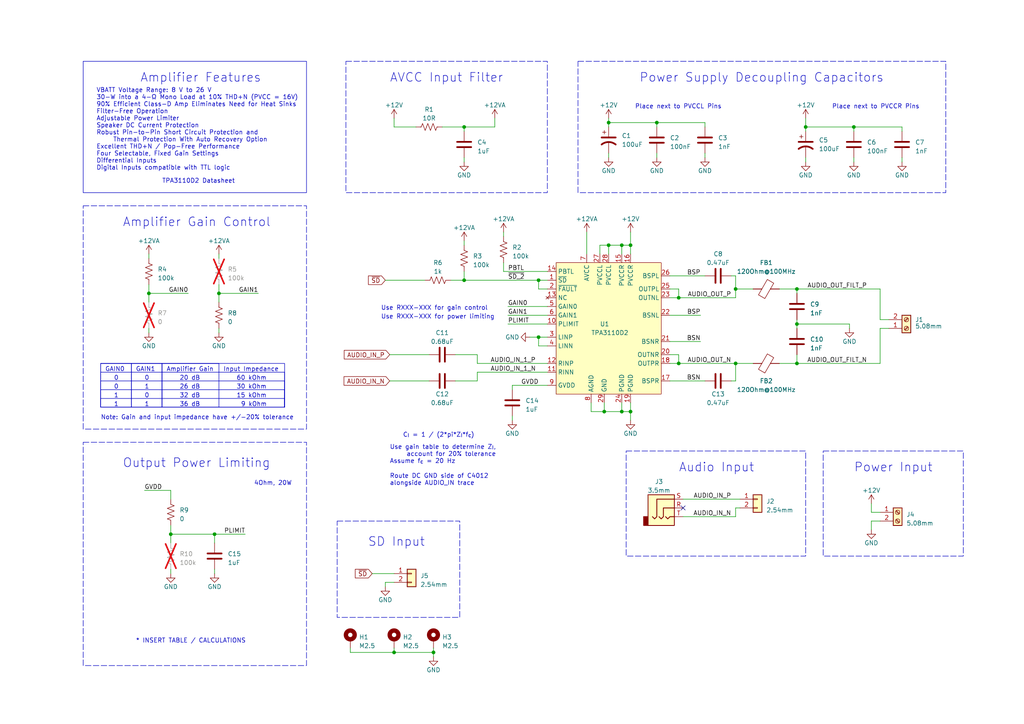
<source format=kicad_sch>
(kicad_sch (version 20230121) (generator eeschema)

  (uuid d02e40c9-ccec-400e-b892-2088ebe3bbd0)

  (paper "A4")

  (title_block
    (title "Audio Amplifier")
    (date "2023-07-23")
    (rev "V1")
    (company "Geeks For Kids")
    (comment 1 "Design for Manufacturing by JLCPCB")
  )

  (lib_symbols
    (symbol "Connector:Screw_Terminal_01x02" (pin_names (offset 1.016) hide) (in_bom yes) (on_board yes)
      (property "Reference" "J" (at 0 2.54 0)
        (effects (font (size 1.27 1.27)))
      )
      (property "Value" "Screw_Terminal_01x02" (at 0 -5.08 0)
        (effects (font (size 1.27 1.27)))
      )
      (property "Footprint" "" (at 0 0 0)
        (effects (font (size 1.27 1.27)) hide)
      )
      (property "Datasheet" "~" (at 0 0 0)
        (effects (font (size 1.27 1.27)) hide)
      )
      (property "ki_keywords" "screw terminal" (at 0 0 0)
        (effects (font (size 1.27 1.27)) hide)
      )
      (property "ki_description" "Generic screw terminal, single row, 01x02, script generated (kicad-library-utils/schlib/autogen/connector/)" (at 0 0 0)
        (effects (font (size 1.27 1.27)) hide)
      )
      (property "ki_fp_filters" "TerminalBlock*:*" (at 0 0 0)
        (effects (font (size 1.27 1.27)) hide)
      )
      (symbol "Screw_Terminal_01x02_1_1"
        (rectangle (start -1.27 1.27) (end 1.27 -3.81)
          (stroke (width 0.254) (type default))
          (fill (type background))
        )
        (circle (center 0 -2.54) (radius 0.635)
          (stroke (width 0.1524) (type default))
          (fill (type none))
        )
        (polyline
          (pts
            (xy -0.5334 -2.2098)
            (xy 0.3302 -3.048)
          )
          (stroke (width 0.1524) (type default))
          (fill (type none))
        )
        (polyline
          (pts
            (xy -0.5334 0.3302)
            (xy 0.3302 -0.508)
          )
          (stroke (width 0.1524) (type default))
          (fill (type none))
        )
        (polyline
          (pts
            (xy -0.3556 -2.032)
            (xy 0.508 -2.8702)
          )
          (stroke (width 0.1524) (type default))
          (fill (type none))
        )
        (polyline
          (pts
            (xy -0.3556 0.508)
            (xy 0.508 -0.3302)
          )
          (stroke (width 0.1524) (type default))
          (fill (type none))
        )
        (circle (center 0 0) (radius 0.635)
          (stroke (width 0.1524) (type default))
          (fill (type none))
        )
        (pin passive line (at -5.08 0 0) (length 3.81)
          (name "Pin_1" (effects (font (size 1.27 1.27))))
          (number "1" (effects (font (size 1.27 1.27))))
        )
        (pin passive line (at -5.08 -2.54 0) (length 3.81)
          (name "Pin_2" (effects (font (size 1.27 1.27))))
          (number "2" (effects (font (size 1.27 1.27))))
        )
      )
    )
    (symbol "Connector_Audio:AudioJack3" (in_bom yes) (on_board yes)
      (property "Reference" "J" (at 0 8.89 0)
        (effects (font (size 1.27 1.27)))
      )
      (property "Value" "AudioJack3" (at 0 6.35 0)
        (effects (font (size 1.27 1.27)))
      )
      (property "Footprint" "" (at 0 0 0)
        (effects (font (size 1.27 1.27)) hide)
      )
      (property "Datasheet" "~" (at 0 0 0)
        (effects (font (size 1.27 1.27)) hide)
      )
      (property "ki_keywords" "audio jack receptacle stereo headphones phones TRS connector" (at 0 0 0)
        (effects (font (size 1.27 1.27)) hide)
      )
      (property "ki_description" "Audio Jack, 3 Poles (Stereo / TRS)" (at 0 0 0)
        (effects (font (size 1.27 1.27)) hide)
      )
      (property "ki_fp_filters" "Jack*" (at 0 0 0)
        (effects (font (size 1.27 1.27)) hide)
      )
      (symbol "AudioJack3_0_1"
        (rectangle (start -5.08 -5.08) (end -6.35 -2.54)
          (stroke (width 0.254) (type default))
          (fill (type outline))
        )
        (polyline
          (pts
            (xy 0 -2.54)
            (xy 0.635 -3.175)
            (xy 1.27 -2.54)
            (xy 2.54 -2.54)
          )
          (stroke (width 0.254) (type default))
          (fill (type none))
        )
        (polyline
          (pts
            (xy -1.905 -2.54)
            (xy -1.27 -3.175)
            (xy -0.635 -2.54)
            (xy -0.635 0)
            (xy 2.54 0)
          )
          (stroke (width 0.254) (type default))
          (fill (type none))
        )
        (polyline
          (pts
            (xy 2.54 2.54)
            (xy -2.54 2.54)
            (xy -2.54 -2.54)
            (xy -3.175 -3.175)
            (xy -3.81 -2.54)
          )
          (stroke (width 0.254) (type default))
          (fill (type none))
        )
        (rectangle (start 2.54 3.81) (end -5.08 -5.08)
          (stroke (width 0.254) (type default))
          (fill (type background))
        )
      )
      (symbol "AudioJack3_1_1"
        (pin passive line (at 5.08 0 180) (length 2.54)
          (name "~" (effects (font (size 1.27 1.27))))
          (number "R" (effects (font (size 1.27 1.27))))
        )
        (pin passive line (at 5.08 2.54 180) (length 2.54)
          (name "~" (effects (font (size 1.27 1.27))))
          (number "S" (effects (font (size 1.27 1.27))))
        )
        (pin passive line (at 5.08 -2.54 180) (length 2.54)
          (name "~" (effects (font (size 1.27 1.27))))
          (number "T" (effects (font (size 1.27 1.27))))
        )
      )
    )
    (symbol "Connector_Generic:Conn_01x02" (pin_names (offset 1.016) hide) (in_bom yes) (on_board yes)
      (property "Reference" "J" (at 0 2.54 0)
        (effects (font (size 1.27 1.27)))
      )
      (property "Value" "Conn_01x02" (at 0 -5.08 0)
        (effects (font (size 1.27 1.27)))
      )
      (property "Footprint" "" (at 0 0 0)
        (effects (font (size 1.27 1.27)) hide)
      )
      (property "Datasheet" "~" (at 0 0 0)
        (effects (font (size 1.27 1.27)) hide)
      )
      (property "ki_keywords" "connector" (at 0 0 0)
        (effects (font (size 1.27 1.27)) hide)
      )
      (property "ki_description" "Generic connector, single row, 01x02, script generated (kicad-library-utils/schlib/autogen/connector/)" (at 0 0 0)
        (effects (font (size 1.27 1.27)) hide)
      )
      (property "ki_fp_filters" "Connector*:*_1x??_*" (at 0 0 0)
        (effects (font (size 1.27 1.27)) hide)
      )
      (symbol "Conn_01x02_1_1"
        (rectangle (start -1.27 -2.413) (end 0 -2.667)
          (stroke (width 0.1524) (type default))
          (fill (type none))
        )
        (rectangle (start -1.27 0.127) (end 0 -0.127)
          (stroke (width 0.1524) (type default))
          (fill (type none))
        )
        (rectangle (start -1.27 1.27) (end 1.27 -3.81)
          (stroke (width 0.254) (type default))
          (fill (type background))
        )
        (pin passive line (at -5.08 0 0) (length 3.81)
          (name "Pin_1" (effects (font (size 1.27 1.27))))
          (number "1" (effects (font (size 1.27 1.27))))
        )
        (pin passive line (at -5.08 -2.54 0) (length 3.81)
          (name "Pin_2" (effects (font (size 1.27 1.27))))
          (number "2" (effects (font (size 1.27 1.27))))
        )
      )
    )
    (symbol "Device:C" (pin_numbers hide) (pin_names (offset 0.254)) (in_bom yes) (on_board yes)
      (property "Reference" "C" (at 0.635 2.54 0)
        (effects (font (size 1.27 1.27)) (justify left))
      )
      (property "Value" "C" (at 0.635 -2.54 0)
        (effects (font (size 1.27 1.27)) (justify left))
      )
      (property "Footprint" "" (at 0.9652 -3.81 0)
        (effects (font (size 1.27 1.27)) hide)
      )
      (property "Datasheet" "~" (at 0 0 0)
        (effects (font (size 1.27 1.27)) hide)
      )
      (property "ki_keywords" "cap capacitor" (at 0 0 0)
        (effects (font (size 1.27 1.27)) hide)
      )
      (property "ki_description" "Unpolarized capacitor" (at 0 0 0)
        (effects (font (size 1.27 1.27)) hide)
      )
      (property "ki_fp_filters" "C_*" (at 0 0 0)
        (effects (font (size 1.27 1.27)) hide)
      )
      (symbol "C_0_1"
        (polyline
          (pts
            (xy -2.032 -0.762)
            (xy 2.032 -0.762)
          )
          (stroke (width 0.508) (type default))
          (fill (type none))
        )
        (polyline
          (pts
            (xy -2.032 0.762)
            (xy 2.032 0.762)
          )
          (stroke (width 0.508) (type default))
          (fill (type none))
        )
      )
      (symbol "C_1_1"
        (pin passive line (at 0 3.81 270) (length 2.794)
          (name "~" (effects (font (size 1.27 1.27))))
          (number "1" (effects (font (size 1.27 1.27))))
        )
        (pin passive line (at 0 -3.81 90) (length 2.794)
          (name "~" (effects (font (size 1.27 1.27))))
          (number "2" (effects (font (size 1.27 1.27))))
        )
      )
    )
    (symbol "Device:C_Polarized_US" (pin_numbers hide) (pin_names (offset 0.254) hide) (in_bom yes) (on_board yes)
      (property "Reference" "C" (at 0.635 2.54 0)
        (effects (font (size 1.27 1.27)) (justify left))
      )
      (property "Value" "C_Polarized_US" (at 0.635 -2.54 0)
        (effects (font (size 1.27 1.27)) (justify left))
      )
      (property "Footprint" "" (at 0 0 0)
        (effects (font (size 1.27 1.27)) hide)
      )
      (property "Datasheet" "~" (at 0 0 0)
        (effects (font (size 1.27 1.27)) hide)
      )
      (property "ki_keywords" "cap capacitor" (at 0 0 0)
        (effects (font (size 1.27 1.27)) hide)
      )
      (property "ki_description" "Polarized capacitor, US symbol" (at 0 0 0)
        (effects (font (size 1.27 1.27)) hide)
      )
      (property "ki_fp_filters" "CP_*" (at 0 0 0)
        (effects (font (size 1.27 1.27)) hide)
      )
      (symbol "C_Polarized_US_0_1"
        (polyline
          (pts
            (xy -2.032 0.762)
            (xy 2.032 0.762)
          )
          (stroke (width 0.508) (type default))
          (fill (type none))
        )
        (polyline
          (pts
            (xy -1.778 2.286)
            (xy -0.762 2.286)
          )
          (stroke (width 0) (type default))
          (fill (type none))
        )
        (polyline
          (pts
            (xy -1.27 1.778)
            (xy -1.27 2.794)
          )
          (stroke (width 0) (type default))
          (fill (type none))
        )
        (arc (start 2.032 -1.27) (mid 0 -0.5572) (end -2.032 -1.27)
          (stroke (width 0.508) (type default))
          (fill (type none))
        )
      )
      (symbol "C_Polarized_US_1_1"
        (pin passive line (at 0 3.81 270) (length 2.794)
          (name "~" (effects (font (size 1.27 1.27))))
          (number "1" (effects (font (size 1.27 1.27))))
        )
        (pin passive line (at 0 -3.81 90) (length 3.302)
          (name "~" (effects (font (size 1.27 1.27))))
          (number "2" (effects (font (size 1.27 1.27))))
        )
      )
    )
    (symbol "Device:FerriteBead" (pin_numbers hide) (pin_names (offset 0)) (in_bom yes) (on_board yes)
      (property "Reference" "FB" (at -3.81 0.635 90)
        (effects (font (size 1.27 1.27)))
      )
      (property "Value" "FerriteBead" (at 3.81 0 90)
        (effects (font (size 1.27 1.27)))
      )
      (property "Footprint" "" (at -1.778 0 90)
        (effects (font (size 1.27 1.27)) hide)
      )
      (property "Datasheet" "~" (at 0 0 0)
        (effects (font (size 1.27 1.27)) hide)
      )
      (property "ki_keywords" "L ferrite bead inductor filter" (at 0 0 0)
        (effects (font (size 1.27 1.27)) hide)
      )
      (property "ki_description" "Ferrite bead" (at 0 0 0)
        (effects (font (size 1.27 1.27)) hide)
      )
      (property "ki_fp_filters" "Inductor_* L_* *Ferrite*" (at 0 0 0)
        (effects (font (size 1.27 1.27)) hide)
      )
      (symbol "FerriteBead_0_1"
        (polyline
          (pts
            (xy 0 -1.27)
            (xy 0 -1.2192)
          )
          (stroke (width 0) (type default))
          (fill (type none))
        )
        (polyline
          (pts
            (xy 0 1.27)
            (xy 0 1.2954)
          )
          (stroke (width 0) (type default))
          (fill (type none))
        )
        (polyline
          (pts
            (xy -2.7686 0.4064)
            (xy -1.7018 2.2606)
            (xy 2.7686 -0.3048)
            (xy 1.6764 -2.159)
            (xy -2.7686 0.4064)
          )
          (stroke (width 0) (type default))
          (fill (type none))
        )
      )
      (symbol "FerriteBead_1_1"
        (pin passive line (at 0 3.81 270) (length 2.54)
          (name "~" (effects (font (size 1.27 1.27))))
          (number "1" (effects (font (size 1.27 1.27))))
        )
        (pin passive line (at 0 -3.81 90) (length 2.54)
          (name "~" (effects (font (size 1.27 1.27))))
          (number "2" (effects (font (size 1.27 1.27))))
        )
      )
    )
    (symbol "Device:R_US" (pin_numbers hide) (pin_names (offset 0)) (in_bom yes) (on_board yes)
      (property "Reference" "R" (at 2.54 0 90)
        (effects (font (size 1.27 1.27)))
      )
      (property "Value" "R_US" (at -2.54 0 90)
        (effects (font (size 1.27 1.27)))
      )
      (property "Footprint" "" (at 1.016 -0.254 90)
        (effects (font (size 1.27 1.27)) hide)
      )
      (property "Datasheet" "~" (at 0 0 0)
        (effects (font (size 1.27 1.27)) hide)
      )
      (property "ki_keywords" "R res resistor" (at 0 0 0)
        (effects (font (size 1.27 1.27)) hide)
      )
      (property "ki_description" "Resistor, US symbol" (at 0 0 0)
        (effects (font (size 1.27 1.27)) hide)
      )
      (property "ki_fp_filters" "R_*" (at 0 0 0)
        (effects (font (size 1.27 1.27)) hide)
      )
      (symbol "R_US_0_1"
        (polyline
          (pts
            (xy 0 -2.286)
            (xy 0 -2.54)
          )
          (stroke (width 0) (type default))
          (fill (type none))
        )
        (polyline
          (pts
            (xy 0 2.286)
            (xy 0 2.54)
          )
          (stroke (width 0) (type default))
          (fill (type none))
        )
        (polyline
          (pts
            (xy 0 -0.762)
            (xy 1.016 -1.143)
            (xy 0 -1.524)
            (xy -1.016 -1.905)
            (xy 0 -2.286)
          )
          (stroke (width 0) (type default))
          (fill (type none))
        )
        (polyline
          (pts
            (xy 0 0.762)
            (xy 1.016 0.381)
            (xy 0 0)
            (xy -1.016 -0.381)
            (xy 0 -0.762)
          )
          (stroke (width 0) (type default))
          (fill (type none))
        )
        (polyline
          (pts
            (xy 0 2.286)
            (xy 1.016 1.905)
            (xy 0 1.524)
            (xy -1.016 1.143)
            (xy 0 0.762)
          )
          (stroke (width 0) (type default))
          (fill (type none))
        )
      )
      (symbol "R_US_1_1"
        (pin passive line (at 0 3.81 270) (length 1.27)
          (name "~" (effects (font (size 1.27 1.27))))
          (number "1" (effects (font (size 1.27 1.27))))
        )
        (pin passive line (at 0 -3.81 90) (length 1.27)
          (name "~" (effects (font (size 1.27 1.27))))
          (number "2" (effects (font (size 1.27 1.27))))
        )
      )
    )
    (symbol "Electronics_Caddy:TPA3110D2" (in_bom yes) (on_board yes)
      (property "Reference" "U" (at 15.24 -15.24 0)
        (effects (font (size 1.27 1.27)))
      )
      (property "Value" "TPA3110D2" (at 15.24 -17.78 0)
        (effects (font (size 1.27 1.27)))
      )
      (property "Footprint" "" (at 0 0 0)
        (effects (font (size 1.27 1.27)) hide)
      )
      (property "Datasheet" "https://www.ti.com/lit/ds/symlink/tpa3110d2.pdf?HQS=dis-dk-null-digikeymode-dsf-pf-null-wwe&ts=1690057414294&ref_url=https%253A%252F%252Fwww.ti.com%252Fgeneral%252Fdocs%252Fsuppproductinfo.tsp%253FdistId%253D10%2526gotoUrl%253Dhttps%253A%252F%252Fwww.ti.com%252Flit%252Fgpn%252Ftpa3110d2" (at 16.51 -20.32 0)
        (effects (font (size 1.27 1.27)) hide)
      )
      (property "ki_keywords" "Audio Amplifier" (at 0 0 0)
        (effects (font (size 1.27 1.27)) hide)
      )
      (property "ki_description" "Amplifier IC 2-Channel (Stereo) Class D 28-HTSSOP" (at 0 0 0)
        (effects (font (size 1.27 1.27)) hide)
      )
      (symbol "TPA3110D2_0_1"
        (rectangle (start 0 2.54) (end 30.48 -35.56)
          (stroke (width 0) (type default))
          (fill (type background))
        )
      )
      (symbol "TPA3110D2_1_1"
        (pin input line (at -2.54 -2.54 0) (length 2.54)
          (name "~{SD}" (effects (font (size 1.27 1.27))))
          (number "1" (effects (font (size 1.27 1.27))))
        )
        (pin input line (at -2.54 -15.24 0) (length 2.54)
          (name "PLIMIT" (effects (font (size 1.27 1.27))))
          (number "10" (effects (font (size 1.27 1.27))))
        )
        (pin input line (at -2.54 -29.21 0) (length 2.54)
          (name "RINN" (effects (font (size 1.27 1.27))))
          (number "11" (effects (font (size 1.27 1.27))))
        )
        (pin input line (at -2.54 -26.67 0) (length 2.54)
          (name "RINP" (effects (font (size 1.27 1.27))))
          (number "12" (effects (font (size 1.27 1.27))))
        )
        (pin no_connect line (at -2.54 -7.62 0) (length 2.54)
          (name "NC" (effects (font (size 1.27 1.27))))
          (number "13" (effects (font (size 1.27 1.27))))
        )
        (pin input line (at -2.54 0 0) (length 2.54)
          (name "PBTL" (effects (font (size 1.27 1.27))))
          (number "14" (effects (font (size 1.27 1.27))))
        )
        (pin power_out line (at 19.05 5.08 270) (length 2.54)
          (name "PVCCR" (effects (font (size 1.27 1.27))))
          (number "15" (effects (font (size 1.27 1.27))))
        )
        (pin power_out line (at 21.59 5.08 270) (length 2.54)
          (name "PVCCR" (effects (font (size 1.27 1.27))))
          (number "16" (effects (font (size 1.27 1.27))))
        )
        (pin input line (at 33.02 -31.75 180) (length 2.54)
          (name "BSPR" (effects (font (size 1.27 1.27))))
          (number "17" (effects (font (size 1.27 1.27))))
        )
        (pin output line (at 33.02 -26.67 180) (length 2.54)
          (name "OUTPR" (effects (font (size 1.27 1.27))))
          (number "18" (effects (font (size 1.27 1.27))))
        )
        (pin power_in line (at 21.59 -38.1 90) (length 2.54)
          (name "PGND" (effects (font (size 1.27 1.27))))
          (number "19" (effects (font (size 1.27 1.27))))
        )
        (pin open_collector line (at -2.54 -5.08 0) (length 2.54)
          (name "~{FAULT}" (effects (font (size 1.27 1.27))))
          (number "2" (effects (font (size 1.27 1.27))))
        )
        (pin output line (at 33.02 -24.13 180) (length 2.54)
          (name "OUTNR" (effects (font (size 1.27 1.27))))
          (number "20" (effects (font (size 1.27 1.27))))
        )
        (pin input line (at 33.02 -20.32 180) (length 2.54)
          (name "BSNR" (effects (font (size 1.27 1.27))))
          (number "21" (effects (font (size 1.27 1.27))))
        )
        (pin input line (at 33.02 -12.7 180) (length 2.54)
          (name "BSNL" (effects (font (size 1.27 1.27))))
          (number "22" (effects (font (size 1.27 1.27))))
        )
        (pin output line (at 33.02 -7.62 180) (length 2.54)
          (name "OUTNL" (effects (font (size 1.27 1.27))))
          (number "23" (effects (font (size 1.27 1.27))))
        )
        (pin power_in line (at 19.05 -38.1 90) (length 2.54)
          (name "PGND" (effects (font (size 1.27 1.27))))
          (number "24" (effects (font (size 1.27 1.27))))
        )
        (pin output line (at 33.02 -5.08 180) (length 2.54)
          (name "OUTPL" (effects (font (size 1.27 1.27))))
          (number "25" (effects (font (size 1.27 1.27))))
        )
        (pin input line (at 33.02 -1.27 180) (length 2.54)
          (name "BSPL" (effects (font (size 1.27 1.27))))
          (number "26" (effects (font (size 1.27 1.27))))
        )
        (pin power_in line (at 12.7 5.08 270) (length 2.54)
          (name "PVCCL" (effects (font (size 1.27 1.27))))
          (number "27" (effects (font (size 1.27 1.27))))
        )
        (pin power_in line (at 15.24 5.08 270) (length 2.54)
          (name "PVCCL" (effects (font (size 1.27 1.27))))
          (number "28" (effects (font (size 1.27 1.27))))
        )
        (pin power_in line (at 13.97 -38.1 90) (length 2.54)
          (name "GND" (effects (font (size 1.27 1.27))))
          (number "29" (effects (font (size 1.27 1.27))))
        )
        (pin input line (at -2.54 -19.05 0) (length 2.54)
          (name "LINP" (effects (font (size 1.27 1.27))))
          (number "3" (effects (font (size 1.27 1.27))))
        )
        (pin input line (at -2.54 -21.59 0) (length 2.54)
          (name "LINN" (effects (font (size 1.27 1.27))))
          (number "4" (effects (font (size 1.27 1.27))))
        )
        (pin input line (at -2.54 -10.16 0) (length 2.54)
          (name "GAIN0" (effects (font (size 1.27 1.27))))
          (number "5" (effects (font (size 1.27 1.27))))
        )
        (pin input line (at -2.54 -12.7 0) (length 2.54)
          (name "GAIN1" (effects (font (size 1.27 1.27))))
          (number "6" (effects (font (size 1.27 1.27))))
        )
        (pin power_in line (at 8.89 5.08 270) (length 2.54)
          (name "AVCC" (effects (font (size 1.27 1.27))))
          (number "7" (effects (font (size 1.27 1.27))))
        )
        (pin power_in line (at 10.16 -38.1 90) (length 2.54)
          (name "AGND" (effects (font (size 1.27 1.27))))
          (number "8" (effects (font (size 1.27 1.27))))
        )
        (pin power_out line (at -2.54 -33.02 0) (length 2.54)
          (name "GVDD" (effects (font (size 1.27 1.27))))
          (number "9" (effects (font (size 1.27 1.27))))
        )
      )
    )
    (symbol "Mechanical:MountingHole_Pad" (pin_numbers hide) (pin_names (offset 1.016) hide) (in_bom yes) (on_board yes)
      (property "Reference" "H" (at 0 6.35 0)
        (effects (font (size 1.27 1.27)))
      )
      (property "Value" "MountingHole_Pad" (at 0 4.445 0)
        (effects (font (size 1.27 1.27)))
      )
      (property "Footprint" "" (at 0 0 0)
        (effects (font (size 1.27 1.27)) hide)
      )
      (property "Datasheet" "~" (at 0 0 0)
        (effects (font (size 1.27 1.27)) hide)
      )
      (property "ki_keywords" "mounting hole" (at 0 0 0)
        (effects (font (size 1.27 1.27)) hide)
      )
      (property "ki_description" "Mounting Hole with connection" (at 0 0 0)
        (effects (font (size 1.27 1.27)) hide)
      )
      (property "ki_fp_filters" "MountingHole*Pad*" (at 0 0 0)
        (effects (font (size 1.27 1.27)) hide)
      )
      (symbol "MountingHole_Pad_0_1"
        (circle (center 0 1.27) (radius 1.27)
          (stroke (width 1.27) (type default))
          (fill (type none))
        )
      )
      (symbol "MountingHole_Pad_1_1"
        (pin input line (at 0 -2.54 90) (length 2.54)
          (name "1" (effects (font (size 1.27 1.27))))
          (number "1" (effects (font (size 1.27 1.27))))
        )
      )
    )
    (symbol "PCM_4ms_Power-symbol:GND" (power) (pin_numbers hide) (pin_names (offset 0) hide) (in_bom yes) (on_board yes)
      (property "Reference" "#PWR" (at 0 -6.35 0)
        (effects (font (size 1.27 1.27)) hide)
      )
      (property "Value" "GND" (at 0 -3.81 0)
        (effects (font (size 1.27 1.27)))
      )
      (property "Footprint" "" (at 0 0 0)
        (effects (font (size 1.27 1.27)) hide)
      )
      (property "Datasheet" "" (at 0 0 0)
        (effects (font (size 1.27 1.27)) hide)
      )
      (symbol "GND_0_1"
        (polyline
          (pts
            (xy 0 0)
            (xy 0 -1.27)
            (xy 1.27 -1.27)
            (xy 0 -2.54)
            (xy -1.27 -1.27)
            (xy 0 -1.27)
          )
          (stroke (width 0) (type default))
          (fill (type none))
        )
      )
      (symbol "GND_1_1"
        (pin power_in line (at 0 0 270) (length 0) hide
          (name "GND" (effects (font (size 1.27 1.27))))
          (number "1" (effects (font (size 1.27 1.27))))
        )
      )
    )
    (symbol "power:+12V" (power) (pin_numbers hide) (pin_names (offset 0) hide) (in_bom yes) (on_board yes)
      (property "Reference" "#PWR" (at 0 -3.81 0)
        (effects (font (size 1.27 1.27)) hide)
      )
      (property "Value" "+12V" (at 0 3.556 0)
        (effects (font (size 1.27 1.27)))
      )
      (property "Footprint" "" (at 0 0 0)
        (effects (font (size 1.27 1.27)) hide)
      )
      (property "Datasheet" "" (at 0 0 0)
        (effects (font (size 1.27 1.27)) hide)
      )
      (property "ki_keywords" "global power" (at 0 0 0)
        (effects (font (size 1.27 1.27)) hide)
      )
      (property "ki_description" "Power symbol creates a global label with name \"+12V\"" (at 0 0 0)
        (effects (font (size 1.27 1.27)) hide)
      )
      (symbol "+12V_0_1"
        (polyline
          (pts
            (xy -0.762 1.27)
            (xy 0 2.54)
          )
          (stroke (width 0) (type default))
          (fill (type none))
        )
        (polyline
          (pts
            (xy 0 0)
            (xy 0 2.54)
          )
          (stroke (width 0) (type default))
          (fill (type none))
        )
        (polyline
          (pts
            (xy 0 2.54)
            (xy 0.762 1.27)
          )
          (stroke (width 0) (type default))
          (fill (type none))
        )
      )
      (symbol "+12V_1_1"
        (pin power_in line (at 0 0 90) (length 0) hide
          (name "+12V" (effects (font (size 1.27 1.27))))
          (number "1" (effects (font (size 1.27 1.27))))
        )
      )
    )
    (symbol "power:+12VA" (power) (pin_numbers hide) (pin_names (offset 0) hide) (in_bom yes) (on_board yes)
      (property "Reference" "#PWR" (at 0 -3.81 0)
        (effects (font (size 1.27 1.27)) hide)
      )
      (property "Value" "+12VA" (at 0 3.556 0)
        (effects (font (size 1.27 1.27)))
      )
      (property "Footprint" "" (at 0 0 0)
        (effects (font (size 1.27 1.27)) hide)
      )
      (property "Datasheet" "" (at 0 0 0)
        (effects (font (size 1.27 1.27)) hide)
      )
      (property "ki_keywords" "global power" (at 0 0 0)
        (effects (font (size 1.27 1.27)) hide)
      )
      (property "ki_description" "Power symbol creates a global label with name \"+12VA\"" (at 0 0 0)
        (effects (font (size 1.27 1.27)) hide)
      )
      (symbol "+12VA_0_1"
        (polyline
          (pts
            (xy -0.762 1.27)
            (xy 0 2.54)
          )
          (stroke (width 0) (type default))
          (fill (type none))
        )
        (polyline
          (pts
            (xy 0 0)
            (xy 0 2.54)
          )
          (stroke (width 0) (type default))
          (fill (type none))
        )
        (polyline
          (pts
            (xy 0 2.54)
            (xy 0.762 1.27)
          )
          (stroke (width 0) (type default))
          (fill (type none))
        )
      )
      (symbol "+12VA_1_1"
        (pin power_in line (at 0 0 90) (length 0) hide
          (name "+12VA" (effects (font (size 1.27 1.27))))
          (number "1" (effects (font (size 1.27 1.27))))
        )
      )
    )
  )

  (junction (at 213.36 83.82) (diameter 0) (color 0 0 0 0)
    (uuid 1315b4ce-b802-4c98-b05c-74a953de4935)
  )
  (junction (at 231.14 83.82) (diameter 0) (color 0 0 0 0)
    (uuid 1d16fae8-dcd8-47e2-b1fe-5217a67109c0)
  )
  (junction (at 180.34 119.38) (diameter 0) (color 0 0 0 0)
    (uuid 1e5ca6af-6127-4eec-96bc-8e758dc8055e)
  )
  (junction (at 62.23 154.94) (diameter 0) (color 0 0 0 0)
    (uuid 21972777-2eac-4984-be5a-d42ff84534b4)
  )
  (junction (at 182.88 119.38) (diameter 0) (color 0 0 0 0)
    (uuid 2deecc34-0062-4a42-b46b-6d61a2a543f5)
  )
  (junction (at 196.85 86.36) (diameter 0) (color 0 0 0 0)
    (uuid 35300900-8ca4-4030-9420-bf7f5206af7e)
  )
  (junction (at 114.3 189.23) (diameter 0) (color 0 0 0 0)
    (uuid 36359ae7-1118-4fce-823f-38d9e3f80816)
  )
  (junction (at 175.26 119.38) (diameter 0) (color 0 0 0 0)
    (uuid 369904c9-a858-46b8-87c2-b2708ebc21f4)
  )
  (junction (at 233.68 36.83) (diameter 0) (color 0 0 0 0)
    (uuid 57f09dcd-61af-4d6f-b7fa-ff04b0a22c3d)
  )
  (junction (at 180.34 71.12) (diameter 0) (color 0 0 0 0)
    (uuid 5bfa4e50-9f96-4204-a435-1f0306f527cd)
  )
  (junction (at 134.62 36.83) (diameter 0) (color 0 0 0 0)
    (uuid 682c6ba9-65e2-467b-9c6b-80a68c86f097)
  )
  (junction (at 176.53 35.56) (diameter 0) (color 0 0 0 0)
    (uuid 6b3f80a2-009a-4467-9847-8d0c6adc448b)
  )
  (junction (at 190.5 35.56) (diameter 0) (color 0 0 0 0)
    (uuid 6f50db36-4c5b-4001-a0a0-fe37d2922c87)
  )
  (junction (at 231.14 93.98) (diameter 0) (color 0 0 0 0)
    (uuid 7c4dc467-be2f-4056-93ba-1703cef34911)
  )
  (junction (at 176.53 71.12) (diameter 0) (color 0 0 0 0)
    (uuid 89ed5a0e-1c11-484a-a3a5-f5e2dc59691f)
  )
  (junction (at 156.21 97.79) (diameter 0) (color 0 0 0 0)
    (uuid 9199d7e8-baae-40ef-9ea3-e5f91015f5e4)
  )
  (junction (at 63.5 85.09) (diameter 0) (color 0 0 0 0)
    (uuid 939951b1-edc7-48be-a72f-5451cd70790b)
  )
  (junction (at 134.62 81.28) (diameter 0) (color 0 0 0 0)
    (uuid 9458879f-6359-4140-8a18-3d2a08694c90)
  )
  (junction (at 213.36 105.41) (diameter 0) (color 0 0 0 0)
    (uuid 9a08361a-b663-47e2-870d-16d3b89f180c)
  )
  (junction (at 247.65 36.83) (diameter 0) (color 0 0 0 0)
    (uuid a42c7a64-9201-4e3f-a290-0572f12ca343)
  )
  (junction (at 43.18 85.09) (diameter 0) (color 0 0 0 0)
    (uuid af11d4a2-e0f8-48a7-b81c-57dc9e6178ea)
  )
  (junction (at 125.73 189.23) (diameter 0) (color 0 0 0 0)
    (uuid b9cade92-fea1-44dc-b3b7-582e1aaecfdb)
  )
  (junction (at 156.21 81.28) (diameter 0) (color 0 0 0 0)
    (uuid bb014e4a-4cf3-4af2-bc76-a667522c6b1a)
  )
  (junction (at 196.85 105.41) (diameter 0) (color 0 0 0 0)
    (uuid bfcb1773-d8ac-41b1-8359-7b8871358a5c)
  )
  (junction (at 231.14 105.41) (diameter 0) (color 0 0 0 0)
    (uuid d20ca646-48c4-4a45-8e07-0efca615fc59)
  )
  (junction (at 182.88 71.12) (diameter 0) (color 0 0 0 0)
    (uuid ddf15b37-b277-400c-bd31-2b21cd01e9fc)
  )
  (junction (at 49.53 154.94) (diameter 0) (color 0 0 0 0)
    (uuid e46cccd0-2e02-4854-b06d-62c4adb73694)
  )

  (no_connect (at 198.12 147.32) (uuid d5b0306e-12d7-4214-abce-9f3d23adc362))

  (wire (pts (xy 196.85 105.41) (xy 213.36 105.41))
    (stroke (width 0) (type default))
    (uuid 03a0d755-d6d3-4309-829b-4e6679c75315)
  )
  (wire (pts (xy 107.95 166.37) (xy 114.3 166.37))
    (stroke (width 0) (type default))
    (uuid 0be1ff21-3ba6-407e-a0e0-abce844298c2)
  )
  (wire (pts (xy 158.75 97.79) (xy 156.21 97.79))
    (stroke (width 0) (type default))
    (uuid 0c885757-c068-49cf-8743-777c6bd348c1)
  )
  (wire (pts (xy 247.65 38.1) (xy 247.65 36.83))
    (stroke (width 0) (type default))
    (uuid 0cf2fe3c-4b4d-4966-8109-3229515286e6)
  )
  (wire (pts (xy 204.47 44.45) (xy 204.47 45.72))
    (stroke (width 0) (type default))
    (uuid 0f8ab069-372e-4c34-afd4-9a9ab0f7b36e)
  )
  (wire (pts (xy 173.99 73.66) (xy 173.99 71.12))
    (stroke (width 0) (type default))
    (uuid 10e11149-f0e1-4726-9166-f70f27875cd1)
  )
  (wire (pts (xy 41.91 142.24) (xy 49.53 142.24))
    (stroke (width 0) (type default))
    (uuid 133a14bd-f8f8-4d85-bf74-4b7bdb5a4735)
  )
  (wire (pts (xy 43.18 85.09) (xy 54.61 85.09))
    (stroke (width 0) (type default))
    (uuid 1409c90a-48d3-459d-9572-50ef2e0065e6)
  )
  (wire (pts (xy 63.5 82.55) (xy 63.5 85.09))
    (stroke (width 0) (type default))
    (uuid 15895b4c-f8d1-45a8-91d0-a14c71b4295f)
  )
  (wire (pts (xy 233.68 36.83) (xy 247.65 36.83))
    (stroke (width 0) (type default))
    (uuid 18b7a151-3bd7-461c-bef7-7e18b26537a1)
  )
  (wire (pts (xy 190.5 35.56) (xy 204.47 35.56))
    (stroke (width 0) (type default))
    (uuid 18c29e3f-504e-4f99-a53a-24c643a05e8b)
  )
  (wire (pts (xy 176.53 71.12) (xy 176.53 73.66))
    (stroke (width 0) (type default))
    (uuid 1b744482-de76-4cac-ae15-cb0f881df6db)
  )
  (wire (pts (xy 196.85 86.36) (xy 196.85 83.82))
    (stroke (width 0) (type default))
    (uuid 1cbe1d1f-140a-4144-b1c8-c7840ecc37f8)
  )
  (wire (pts (xy 182.88 67.31) (xy 182.88 71.12))
    (stroke (width 0) (type default))
    (uuid 1d067d9a-0358-4036-b151-c7f1fdb0865c)
  )
  (wire (pts (xy 190.5 44.45) (xy 190.5 45.72))
    (stroke (width 0) (type default))
    (uuid 25edee64-c380-4a6f-bb9e-f7ee0206bc37)
  )
  (wire (pts (xy 128.27 36.83) (xy 134.62 36.83))
    (stroke (width 0) (type default))
    (uuid 2619bdd2-516e-48d1-978e-562fe2284fc6)
  )
  (wire (pts (xy 176.53 71.12) (xy 180.34 71.12))
    (stroke (width 0) (type default))
    (uuid 2656617c-f138-4f47-b4ba-9d2754d26252)
  )
  (wire (pts (xy 198.12 149.86) (xy 213.36 149.86))
    (stroke (width 0) (type default))
    (uuid 2b0339f6-8f63-437c-8e72-5d38bc9c825a)
  )
  (wire (pts (xy 62.23 157.48) (xy 62.23 154.94))
    (stroke (width 0) (type default))
    (uuid 2cc413da-7b6c-4d2c-b76d-f0305bd0b92c)
  )
  (wire (pts (xy 113.03 110.49) (xy 124.46 110.49))
    (stroke (width 0) (type default))
    (uuid 2df19882-4def-4012-a327-943ee08e0c98)
  )
  (wire (pts (xy 132.08 110.49) (xy 138.43 110.49))
    (stroke (width 0) (type default))
    (uuid 2fb6ae1b-4252-4cfc-8ebd-0d42ff3cd9e2)
  )
  (wire (pts (xy 111.76 168.91) (xy 111.76 170.18))
    (stroke (width 0) (type default))
    (uuid 323ec321-8b0f-4451-b8e4-10b09207a600)
  )
  (wire (pts (xy 138.43 105.41) (xy 158.75 105.41))
    (stroke (width 0) (type default))
    (uuid 34dfb525-6145-43f3-9751-ab9ffe01de23)
  )
  (wire (pts (xy 213.36 147.32) (xy 213.36 149.86))
    (stroke (width 0) (type default))
    (uuid 37f5cbf6-28f2-4bec-a8fe-d1546aa4c8c4)
  )
  (wire (pts (xy 138.43 105.41) (xy 138.43 102.87))
    (stroke (width 0) (type default))
    (uuid 38bf631d-e4ed-4e4d-9a9e-a61e81e08195)
  )
  (wire (pts (xy 182.88 119.38) (xy 182.88 121.92))
    (stroke (width 0) (type default))
    (uuid 3e66b1da-f998-4bb6-b21f-c294af9209a4)
  )
  (wire (pts (xy 252.73 153.67) (xy 252.73 151.13))
    (stroke (width 0) (type default))
    (uuid 4017c106-ef1e-43df-8ec6-cb1e490676cb)
  )
  (wire (pts (xy 43.18 85.09) (xy 43.18 87.63))
    (stroke (width 0) (type default))
    (uuid 4447cfb4-a289-45cc-8230-1047fc540dc5)
  )
  (wire (pts (xy 148.59 121.92) (xy 148.59 120.65))
    (stroke (width 0) (type default))
    (uuid 46b3135f-535f-4bf8-98d4-4781c65ff8cc)
  )
  (wire (pts (xy 180.34 119.38) (xy 182.88 119.38))
    (stroke (width 0) (type default))
    (uuid 48ce61a5-2941-4f3d-8838-2a013939e235)
  )
  (wire (pts (xy 252.73 151.13) (xy 255.27 151.13))
    (stroke (width 0) (type default))
    (uuid 4933133d-f290-4f48-8ebd-45a0c9adf93a)
  )
  (wire (pts (xy 114.3 34.29) (xy 114.3 36.83))
    (stroke (width 0) (type default))
    (uuid 4a0c5a92-4336-4633-a821-7d63451c9561)
  )
  (wire (pts (xy 196.85 102.87) (xy 194.31 102.87))
    (stroke (width 0) (type default))
    (uuid 4e659d93-50bd-48f3-a641-96a52aca8d78)
  )
  (wire (pts (xy 134.62 45.72) (xy 134.62 46.99))
    (stroke (width 0) (type default))
    (uuid 511a8e2b-9219-492a-a314-866a8e4cb397)
  )
  (wire (pts (xy 114.3 36.83) (xy 120.65 36.83))
    (stroke (width 0) (type default))
    (uuid 534ba6c9-efc8-4d4c-b16c-9899e7b1cec5)
  )
  (wire (pts (xy 171.45 119.38) (xy 175.26 119.38))
    (stroke (width 0) (type default))
    (uuid 54f68a39-20d9-4e91-8408-195a534c9447)
  )
  (wire (pts (xy 231.14 83.82) (xy 255.27 83.82))
    (stroke (width 0) (type default))
    (uuid 58652972-8ef9-42cf-a133-cd460cd4eaa6)
  )
  (wire (pts (xy 175.26 116.84) (xy 175.26 119.38))
    (stroke (width 0) (type default))
    (uuid 592ed1a0-8f8e-4290-bff8-b62ec1dbb380)
  )
  (wire (pts (xy 147.32 88.9) (xy 158.75 88.9))
    (stroke (width 0) (type default))
    (uuid 598c436f-4dd2-4d34-8ce6-54866cab9ad8)
  )
  (wire (pts (xy 247.65 36.83) (xy 261.62 36.83))
    (stroke (width 0) (type default))
    (uuid 5e7b3ed3-07dc-4066-bfd3-4e20cdab3f8a)
  )
  (wire (pts (xy 49.53 142.24) (xy 49.53 144.78))
    (stroke (width 0) (type default))
    (uuid 61d848f9-f854-41f8-ae32-d8ccedbcce89)
  )
  (wire (pts (xy 194.31 110.49) (xy 204.47 110.49))
    (stroke (width 0) (type default))
    (uuid 654ef043-7923-408b-b28d-004b6f70c666)
  )
  (wire (pts (xy 182.88 71.12) (xy 182.88 73.66))
    (stroke (width 0) (type default))
    (uuid 6561adef-51fb-4a68-80c1-defd930e8d69)
  )
  (wire (pts (xy 213.36 80.01) (xy 213.36 83.82))
    (stroke (width 0) (type default))
    (uuid 6574e9fe-c6ca-4a3b-8b0b-7b573135570c)
  )
  (wire (pts (xy 63.5 85.09) (xy 63.5 87.63))
    (stroke (width 0) (type default))
    (uuid 69a9dde7-12ce-4ff0-838d-ada561f859a6)
  )
  (wire (pts (xy 255.27 105.41) (xy 255.27 95.25))
    (stroke (width 0) (type default))
    (uuid 6aa09be5-4d72-43d0-b9ad-e37d5386c56a)
  )
  (wire (pts (xy 113.03 102.87) (xy 124.46 102.87))
    (stroke (width 0) (type default))
    (uuid 6b292ac9-e1cf-4ebe-90e8-b82f49e7cab2)
  )
  (wire (pts (xy 43.18 95.25) (xy 43.18 96.52))
    (stroke (width 0) (type default))
    (uuid 6b8e8724-6356-40ef-95de-2fadca5b7078)
  )
  (wire (pts (xy 233.68 34.29) (xy 233.68 36.83))
    (stroke (width 0) (type default))
    (uuid 6bc65d05-2bf4-4111-886a-27c19990a7b2)
  )
  (wire (pts (xy 231.14 105.41) (xy 255.27 105.41))
    (stroke (width 0) (type default))
    (uuid 6cda518a-3199-4268-b9af-75b924659e39)
  )
  (wire (pts (xy 148.59 113.03) (xy 148.59 111.76))
    (stroke (width 0) (type default))
    (uuid 6d17540a-f5ab-49c1-b49a-3aab443e98b1)
  )
  (wire (pts (xy 247.65 45.72) (xy 247.65 46.99))
    (stroke (width 0) (type default))
    (uuid 6f3578ac-d6b5-4bf8-b52c-d097da8db62b)
  )
  (wire (pts (xy 180.34 71.12) (xy 182.88 71.12))
    (stroke (width 0) (type default))
    (uuid 6f82e7e3-ac90-4d17-8e56-9a28db928355)
  )
  (wire (pts (xy 231.14 92.71) (xy 231.14 93.98))
    (stroke (width 0) (type default))
    (uuid 704bb1d8-3917-49e8-a594-e46a678f6584)
  )
  (wire (pts (xy 148.59 111.76) (xy 158.75 111.76))
    (stroke (width 0) (type default))
    (uuid 7219d5c0-957c-4168-ac63-40a6f8bfbeb7)
  )
  (wire (pts (xy 261.62 45.72) (xy 261.62 46.99))
    (stroke (width 0) (type default))
    (uuid 79def754-f462-410e-bd10-65ccf72eb77a)
  )
  (wire (pts (xy 213.36 110.49) (xy 212.09 110.49))
    (stroke (width 0) (type default))
    (uuid 7a20eb42-14ec-4ad0-97e7-aacd981b99cc)
  )
  (wire (pts (xy 252.73 146.05) (xy 252.73 148.59))
    (stroke (width 0) (type default))
    (uuid 7cad3faa-2fe3-4ee0-8fa3-139494017e64)
  )
  (wire (pts (xy 213.36 147.32) (xy 214.63 147.32))
    (stroke (width 0) (type default))
    (uuid 81a5e7e5-e365-4019-993b-4e9ff3df0153)
  )
  (wire (pts (xy 49.53 154.94) (xy 49.53 157.48))
    (stroke (width 0) (type default))
    (uuid 82645f89-4482-4654-9830-85dc3754ded6)
  )
  (wire (pts (xy 114.3 189.23) (xy 125.73 189.23))
    (stroke (width 0) (type default))
    (uuid 8366ad95-0d08-402b-9552-0f4352ec9c07)
  )
  (wire (pts (xy 62.23 154.94) (xy 71.12 154.94))
    (stroke (width 0) (type default))
    (uuid 84a0dab0-b6dd-4c9a-af29-236d483abec1)
  )
  (wire (pts (xy 156.21 83.82) (xy 158.75 83.82))
    (stroke (width 0) (type default))
    (uuid 86233254-df49-4d26-b82c-f789692fb9b6)
  )
  (wire (pts (xy 134.62 69.85) (xy 134.62 71.12))
    (stroke (width 0) (type default))
    (uuid 870417f0-3369-4ea8-b31a-a43f7b6ab4c5)
  )
  (wire (pts (xy 175.26 119.38) (xy 180.34 119.38))
    (stroke (width 0) (type default))
    (uuid 888956db-67b8-4838-9247-1e4522736a48)
  )
  (wire (pts (xy 43.18 82.55) (xy 43.18 85.09))
    (stroke (width 0) (type default))
    (uuid 8aeead89-c236-4d5c-a594-384f871a1a03)
  )
  (wire (pts (xy 125.73 187.96) (xy 125.73 189.23))
    (stroke (width 0) (type default))
    (uuid 8d6f4bae-7d0d-418c-a742-6968d1f1d99e)
  )
  (wire (pts (xy 180.34 116.84) (xy 180.34 119.38))
    (stroke (width 0) (type default))
    (uuid 8db21871-4269-4539-ba13-42e22f8c351f)
  )
  (wire (pts (xy 111.76 168.91) (xy 114.3 168.91))
    (stroke (width 0) (type default))
    (uuid 8ebc4775-cd26-4544-95ff-699266daac62)
  )
  (wire (pts (xy 156.21 100.33) (xy 158.75 100.33))
    (stroke (width 0) (type default))
    (uuid 9162dee5-8720-4020-b327-3808270ef9eb)
  )
  (wire (pts (xy 101.6 189.23) (xy 114.3 189.23))
    (stroke (width 0) (type default))
    (uuid 9309b6c4-8151-44f6-a2ec-eb8df24277b8)
  )
  (wire (pts (xy 49.53 165.1) (xy 49.53 166.37))
    (stroke (width 0) (type default))
    (uuid 93c26aec-4f88-4660-9c92-9100d4e016c6)
  )
  (wire (pts (xy 194.31 105.41) (xy 196.85 105.41))
    (stroke (width 0) (type default))
    (uuid 94717208-d7cf-4dc9-a1f2-50c9a3174931)
  )
  (wire (pts (xy 134.62 78.74) (xy 134.62 81.28))
    (stroke (width 0) (type default))
    (uuid 96bf8147-6cad-4c57-9131-aced7b059966)
  )
  (wire (pts (xy 233.68 38.1) (xy 233.68 36.83))
    (stroke (width 0) (type default))
    (uuid 97070593-065e-4d16-8889-7aa627f14710)
  )
  (wire (pts (xy 231.14 105.41) (xy 231.14 102.87))
    (stroke (width 0) (type default))
    (uuid 97aff7f9-2b93-4ed5-a454-e69190c0cfc5)
  )
  (wire (pts (xy 49.53 152.4) (xy 49.53 154.94))
    (stroke (width 0) (type default))
    (uuid 97b7f5a0-13cd-4fc9-bb5d-02536ecf5535)
  )
  (wire (pts (xy 176.53 35.56) (xy 190.5 35.56))
    (stroke (width 0) (type default))
    (uuid 996d7921-eddc-4b1f-be1d-cbbc875481df)
  )
  (wire (pts (xy 261.62 38.1) (xy 261.62 36.83))
    (stroke (width 0) (type default))
    (uuid 9bc8d470-ed26-4481-a7a4-0a69a499fe9d)
  )
  (wire (pts (xy 132.08 102.87) (xy 138.43 102.87))
    (stroke (width 0) (type default))
    (uuid 9d0d5c29-eb6a-4a5c-b6f9-464b3fa620e8)
  )
  (wire (pts (xy 171.45 116.84) (xy 171.45 119.38))
    (stroke (width 0) (type default))
    (uuid 9d3ba59d-1741-460e-ac1f-c12d710344b5)
  )
  (wire (pts (xy 255.27 92.71) (xy 255.27 83.82))
    (stroke (width 0) (type default))
    (uuid a1e16452-f373-4169-a0ed-f16c1a543e1b)
  )
  (wire (pts (xy 134.62 81.28) (xy 156.21 81.28))
    (stroke (width 0) (type default))
    (uuid a224e90d-d3ae-419a-8df2-8781ca59a2b9)
  )
  (wire (pts (xy 156.21 81.28) (xy 156.21 83.82))
    (stroke (width 0) (type default))
    (uuid a23bc658-c220-425b-8f86-c056cd9d2a0c)
  )
  (wire (pts (xy 246.38 95.25) (xy 246.38 93.98))
    (stroke (width 0) (type default))
    (uuid a39f1a23-92bd-48cd-a324-eda715b84c45)
  )
  (wire (pts (xy 146.05 78.74) (xy 146.05 76.2))
    (stroke (width 0) (type default))
    (uuid a4971303-8bef-4734-abc6-25d2cb5785fa)
  )
  (wire (pts (xy 63.5 95.25) (xy 63.5 96.52))
    (stroke (width 0) (type default))
    (uuid a58ae88f-1380-4b54-9b87-178fe28fb611)
  )
  (wire (pts (xy 170.18 67.31) (xy 170.18 73.66))
    (stroke (width 0) (type default))
    (uuid a6232d52-a03a-4ded-9ea5-008d4b9a9328)
  )
  (wire (pts (xy 255.27 92.71) (xy 257.81 92.71))
    (stroke (width 0) (type default))
    (uuid ad5de655-6881-4662-aa3f-217d92a6482d)
  )
  (wire (pts (xy 173.99 71.12) (xy 176.53 71.12))
    (stroke (width 0) (type default))
    (uuid ad7a9720-d38e-492b-86fe-077e4613dc77)
  )
  (wire (pts (xy 231.14 83.82) (xy 231.14 85.09))
    (stroke (width 0) (type default))
    (uuid b262a98b-ab19-4037-a846-03136d813644)
  )
  (wire (pts (xy 213.36 80.01) (xy 212.09 80.01))
    (stroke (width 0) (type default))
    (uuid b27ac577-3e48-4770-9730-1ed0ee5d58b9)
  )
  (wire (pts (xy 49.53 154.94) (xy 62.23 154.94))
    (stroke (width 0) (type default))
    (uuid b6c0972f-c903-4f92-8370-20dd7f04427b)
  )
  (wire (pts (xy 143.51 34.29) (xy 143.51 36.83))
    (stroke (width 0) (type default))
    (uuid b7193f6d-89d4-49e5-9dd6-38f07bbaf2cb)
  )
  (wire (pts (xy 130.81 81.28) (xy 134.62 81.28))
    (stroke (width 0) (type default))
    (uuid b73583c5-ac56-4598-93e9-d68d8c15fc9c)
  )
  (wire (pts (xy 62.23 165.1) (xy 62.23 166.37))
    (stroke (width 0) (type default))
    (uuid b749f191-6234-4664-983f-f7f02469f1a1)
  )
  (wire (pts (xy 246.38 93.98) (xy 231.14 93.98))
    (stroke (width 0) (type default))
    (uuid b813b411-fefc-42e6-9d86-505977eb98ea)
  )
  (wire (pts (xy 138.43 107.95) (xy 158.75 107.95))
    (stroke (width 0) (type default))
    (uuid bea5fbc7-7d7c-4f63-90e7-cc65ce9e71d9)
  )
  (wire (pts (xy 156.21 97.79) (xy 153.67 97.79))
    (stroke (width 0) (type default))
    (uuid bf7f9b33-bca0-4834-acba-2650deaa99b2)
  )
  (wire (pts (xy 134.62 36.83) (xy 134.62 38.1))
    (stroke (width 0) (type default))
    (uuid bf97a61c-05f2-4ae6-baee-0e73e328c4bd)
  )
  (wire (pts (xy 213.36 83.82) (xy 213.36 86.36))
    (stroke (width 0) (type default))
    (uuid bfa036ff-6bab-4998-8a9f-0c0ee6e24be8)
  )
  (wire (pts (xy 180.34 73.66) (xy 180.34 71.12))
    (stroke (width 0) (type default))
    (uuid bfd57d85-e87e-4dfe-96f3-41408f4ba028)
  )
  (wire (pts (xy 146.05 78.74) (xy 158.75 78.74))
    (stroke (width 0) (type default))
    (uuid c25dc8dc-2b50-482b-9686-7f07ed7ec4b8)
  )
  (wire (pts (xy 182.88 116.84) (xy 182.88 119.38))
    (stroke (width 0) (type default))
    (uuid c3e95270-b143-4942-8882-7473c6d3ba8b)
  )
  (wire (pts (xy 194.31 80.01) (xy 204.47 80.01))
    (stroke (width 0) (type default))
    (uuid c4c2ad17-203e-4d37-acbf-c7d9e1c66e42)
  )
  (wire (pts (xy 233.68 45.72) (xy 233.68 46.99))
    (stroke (width 0) (type default))
    (uuid c79dd746-e21b-4f03-9830-18f94bd69999)
  )
  (wire (pts (xy 63.5 85.09) (xy 74.93 85.09))
    (stroke (width 0) (type default))
    (uuid c9aa9b15-b251-4347-a66f-0554a8b94843)
  )
  (wire (pts (xy 138.43 110.49) (xy 138.43 107.95))
    (stroke (width 0) (type default))
    (uuid c9f12bd5-8e7b-4ab5-88a1-1ec9c112105a)
  )
  (wire (pts (xy 176.53 34.29) (xy 176.53 35.56))
    (stroke (width 0) (type default))
    (uuid cba964b3-bce7-4752-9269-e1b73f123956)
  )
  (wire (pts (xy 63.5 73.66) (xy 63.5 74.93))
    (stroke (width 0) (type default))
    (uuid cfe22b0a-82c8-404f-8712-b28c9ff24d38)
  )
  (wire (pts (xy 198.12 144.78) (xy 214.63 144.78))
    (stroke (width 0) (type default))
    (uuid d4466068-5e57-46ce-aeff-3ffd911cdc02)
  )
  (wire (pts (xy 226.06 105.41) (xy 231.14 105.41))
    (stroke (width 0) (type default))
    (uuid d4d0c726-d37f-441f-8e05-4ec716cc270e)
  )
  (wire (pts (xy 111.76 81.28) (xy 123.19 81.28))
    (stroke (width 0) (type default))
    (uuid d778cab5-d48b-4230-ae89-24f9bf353693)
  )
  (wire (pts (xy 194.31 91.44) (xy 203.2 91.44))
    (stroke (width 0) (type default))
    (uuid dbc064c9-464d-43c4-9a83-e5179bbf7ef0)
  )
  (wire (pts (xy 194.31 99.06) (xy 203.2 99.06))
    (stroke (width 0) (type default))
    (uuid dc386c04-6c63-4379-8bb3-a3b7e0921f9d)
  )
  (wire (pts (xy 134.62 36.83) (xy 143.51 36.83))
    (stroke (width 0) (type default))
    (uuid ddce5733-6f2a-4a72-a144-5d886ec22de0)
  )
  (wire (pts (xy 176.53 44.45) (xy 176.53 45.72))
    (stroke (width 0) (type default))
    (uuid e02dca9b-32db-4133-8c3e-8c10bee768bd)
  )
  (wire (pts (xy 196.85 86.36) (xy 213.36 86.36))
    (stroke (width 0) (type default))
    (uuid e04a07ce-0323-4f9f-9c6d-ac75fce3e925)
  )
  (wire (pts (xy 147.32 91.44) (xy 158.75 91.44))
    (stroke (width 0) (type default))
    (uuid e05ddf5d-a561-469c-9b79-ae7221fedb7b)
  )
  (wire (pts (xy 213.36 105.41) (xy 218.44 105.41))
    (stroke (width 0) (type default))
    (uuid e160fb24-45b5-4f05-ba8e-c94e2dbf5e3f)
  )
  (wire (pts (xy 114.3 187.96) (xy 114.3 189.23))
    (stroke (width 0) (type default))
    (uuid e219dd14-ae45-4e18-a2c7-b49f8cf40b55)
  )
  (wire (pts (xy 147.32 93.98) (xy 158.75 93.98))
    (stroke (width 0) (type default))
    (uuid e21b0b81-5bd3-472e-a4a7-6416a9bf7475)
  )
  (wire (pts (xy 190.5 36.83) (xy 190.5 35.56))
    (stroke (width 0) (type default))
    (uuid e227c08e-c2a0-4079-aa48-716a5545287d)
  )
  (wire (pts (xy 125.73 189.23) (xy 125.73 190.5))
    (stroke (width 0) (type default))
    (uuid e3cf18b2-446e-4212-836d-a5df3f89b2d0)
  )
  (wire (pts (xy 231.14 93.98) (xy 231.14 95.25))
    (stroke (width 0) (type default))
    (uuid e449dfd8-1972-4297-b3df-151c1894a6df)
  )
  (wire (pts (xy 196.85 83.82) (xy 194.31 83.82))
    (stroke (width 0) (type default))
    (uuid e6254b7c-0481-4c8d-9ebc-5ac9e86f92d6)
  )
  (wire (pts (xy 204.47 36.83) (xy 204.47 35.56))
    (stroke (width 0) (type default))
    (uuid e62f1a44-8e5b-4e41-b1ca-50452a65472d)
  )
  (wire (pts (xy 194.31 86.36) (xy 196.85 86.36))
    (stroke (width 0) (type default))
    (uuid e660f287-82a7-431b-920c-7b200f80eeda)
  )
  (wire (pts (xy 252.73 148.59) (xy 255.27 148.59))
    (stroke (width 0) (type default))
    (uuid e764e7fb-056c-4292-8a1b-bb2204e8750d)
  )
  (wire (pts (xy 176.53 36.83) (xy 176.53 35.56))
    (stroke (width 0) (type default))
    (uuid ea011cfd-f4fc-4b74-84fc-d19092a3972d)
  )
  (wire (pts (xy 156.21 81.28) (xy 158.75 81.28))
    (stroke (width 0) (type default))
    (uuid ee4fed48-5d88-414b-a637-d76963fa8345)
  )
  (wire (pts (xy 213.36 110.49) (xy 213.36 105.41))
    (stroke (width 0) (type default))
    (uuid f1e7c9ac-05bb-44d7-b577-7aac2392dff3)
  )
  (wire (pts (xy 146.05 67.31) (xy 146.05 68.58))
    (stroke (width 0) (type default))
    (uuid f30eb14f-60ad-471d-a9b9-c95ccb5faaa6)
  )
  (wire (pts (xy 255.27 95.25) (xy 257.81 95.25))
    (stroke (width 0) (type default))
    (uuid f495a161-cd00-4205-ab7d-7feea9cb1188)
  )
  (wire (pts (xy 156.21 97.79) (xy 156.21 100.33))
    (stroke (width 0) (type default))
    (uuid f7405944-89fb-4ccf-a90a-ad4c925a2061)
  )
  (wire (pts (xy 196.85 105.41) (xy 196.85 102.87))
    (stroke (width 0) (type default))
    (uuid f77a98ac-54b3-4271-9165-db6129387ba1)
  )
  (wire (pts (xy 101.6 187.96) (xy 101.6 189.23))
    (stroke (width 0) (type default))
    (uuid f7a5ea5a-cf56-4a5c-80dd-719dc3680074)
  )
  (wire (pts (xy 43.18 73.66) (xy 43.18 74.93))
    (stroke (width 0) (type default))
    (uuid fb023c93-0a40-424b-8c7e-c17d9453c777)
  )
  (wire (pts (xy 213.36 83.82) (xy 218.44 83.82))
    (stroke (width 0) (type default))
    (uuid ff952bcc-2a50-4ea1-a2b1-5662e3eb2ff0)
  )
  (wire (pts (xy 226.06 83.82) (xy 231.14 83.82))
    (stroke (width 0) (type default))
    (uuid ffa6aef5-7964-488d-a4ec-ef70f2e978da)
  )

  (rectangle (start 238.76 130.81) (end 279.4 161.29)
    (stroke (width 0) (type dash))
    (fill (type none))
    (uuid 07b20bc3-e597-42a9-b87e-c1b02531f35c)
  )
  (rectangle (start 29.21 105.41) (end 38.1 118.11)
    (stroke (width 0) (type default))
    (fill (type none))
    (uuid 1aab9255-8bc2-4740-a326-6dd2e00934fc)
  )
  (rectangle (start 167.64 17.78) (end 274.32 55.88)
    (stroke (width 0) (type dash))
    (fill (type none))
    (uuid 1de486c5-8c9a-491e-9c0f-99525e764632)
  )
  (rectangle (start 97.79 151.13) (end 133.35 179.07)
    (stroke (width 0) (type dash))
    (fill (type none))
    (uuid 23fde511-d2e3-4a30-9533-dc303d89cdcb)
  )
  (rectangle (start 29.21 115.57) (end 82.55 118.11)
    (stroke (width 0) (type default))
    (fill (type none))
    (uuid 40d4c707-5d2a-4f03-bd10-36cc47b5d34c)
  )
  (rectangle (start 24.13 128.27) (end 88.9 193.04)
    (stroke (width 0) (type dash))
    (fill (type none))
    (uuid 61988adc-2abf-49ea-b884-41de97c2cd47)
  )
  (rectangle (start 100.33 17.78) (end 158.75 55.88)
    (stroke (width 0) (type dash))
    (fill (type none))
    (uuid 79f2c892-b4b2-43db-953a-fe423db7a529)
  )
  (rectangle (start 38.1 105.41) (end 46.99 118.11)
    (stroke (width 0) (type default))
    (fill (type none))
    (uuid 80bad754-87c9-4826-a349-9224443746ae)
  )
  (rectangle (start 24.13 17.78) (end 88.9 55.88)
    (stroke (width 0) (type default))
    (fill (type none))
    (uuid 99eaf535-18b6-48df-b759-b4f3064e9f00)
  )
  (rectangle (start 181.61 130.81) (end 233.68 161.29)
    (stroke (width 0) (type dash))
    (fill (type none))
    (uuid 9fbacfd5-5643-4436-aab3-f819afe057f5)
  )
  (rectangle (start 29.21 105.41) (end 82.55 118.11)
    (stroke (width 0) (type default))
    (fill (type none))
    (uuid a2c3cba4-e008-4010-8fa9-98ae9aa2b9c7)
  )
  (rectangle (start 24.13 59.69) (end 88.9 124.46)
    (stroke (width 0) (type dash))
    (fill (type none))
    (uuid aeb715e4-66a3-42bc-bfa2-56b8657476f9)
  )
  (rectangle (start 46.99 105.41) (end 63.5 118.11)
    (stroke (width 0) (type default))
    (fill (type none))
    (uuid b9aefc7a-35b7-48ea-9629-1ce7b76751c7)
  )
  (rectangle (start 29.21 110.49) (end 82.55 118.11)
    (stroke (width 0) (type default))
    (fill (type none))
    (uuid cafa2eb5-3c27-456d-bb4b-6e0e71bdde50)
  )
  (rectangle (start 29.21 113.03) (end 82.55 118.11)
    (stroke (width 0) (type default))
    (fill (type none))
    (uuid e01232b5-6e58-4085-91f5-933828bfb85f)
  )
  (rectangle (start 29.21 107.95) (end 82.55 118.11)
    (stroke (width 0) (type default))
    (fill (type none))
    (uuid e5cdc6e3-fc4c-4bdd-a08b-70e57e0e5794)
  )

  (text "30 kOhm" (at 68.58 113.03 0)
    (effects (font (size 1.27 1.27)) (justify left bottom))
    (uuid 0733bf93-f64e-4047-9524-51eef96993f9)
  )
  (text "Route DC GND side of C4012 \nalongside AUDIO_IN trace"
    (at 113.03 140.97 0)
    (effects (font (size 1.27 1.27)) (justify left bottom))
    (uuid 1a3eccb1-f31f-4a07-a6ee-c9a1bd09fde3)
  )
  (text "Use gain table to determine Z_{I}, \n     account for 20% tolerance\nAssume f_{c} = 20 Hz"
    (at 113.03 134.62 0)
    (effects (font (size 1.27 1.27)) (justify left bottom))
    (uuid 20564366-5668-41e7-adcc-a2c34f8c369d)
  )
  (text "Use RXXX-XXX for power limiting" (at 110.49 92.71 0)
    (effects (font (size 1.27 1.27)) (justify left bottom))
    (uuid 28cfa630-f3b7-421e-abee-0e7156ad644a)
  )
  (text "Amplifier Gain Control" (at 35.56 66.04 0)
    (effects (font (size 2.54 2.54)) (justify left bottom))
    (uuid 30954b2a-98b2-4a08-9a28-434f7617071f)
  )
  (text "0" (at 41.91 115.57 0)
    (effects (font (size 1.27 1.27)) (justify left bottom))
    (uuid 36df1622-6359-4005-8166-76a980a44abb)
  )
  (text "1" (at 41.91 113.03 0)
    (effects (font (size 1.27 1.27)) (justify left bottom))
    (uuid 3fdedcdf-6d4e-4ad7-ae3a-3cad5481fe8b)
  )
  (text "0" (at 33.02 110.49 0)
    (effects (font (size 1.27 1.27)) (justify left bottom))
    (uuid 4af70951-547b-4dc8-a243-246a8854e2ec)
  )
  (text "GAIN0" (at 30.48 107.95 0)
    (effects (font (size 1.27 1.27)) (justify left bottom))
    (uuid 4cb826f7-967a-48f8-8d43-665866260e9c)
  )
  (text "Output Power Limiting" (at 35.56 135.89 0)
    (effects (font (size 2.54 2.54)) (justify left bottom))
    (uuid 50d15054-7ee0-4095-849f-8bf031e323c0)
  )
  (text "32 dB" (at 52.07 115.57 0)
    (effects (font (size 1.27 1.27)) (justify left bottom))
    (uuid 527bbda6-7283-40d7-ad63-d119bb63db42)
  )
  (text "0" (at 41.91 110.49 0)
    (effects (font (size 1.27 1.27)) (justify left bottom))
    (uuid 5843a4d6-eee4-43d2-afef-4cc1bb949c09)
  )
  (text "1" (at 41.91 118.11 0)
    (effects (font (size 1.27 1.27)) (justify left bottom))
    (uuid 63622410-90d0-41e6-ba4d-d789129ae8c0)
  )
  (text "C_{I} = 1 / (2*pi*Z_{I}*f_{c})" (at 116.84 127 0)
    (effects (font (size 1.27 1.27)) (justify left bottom))
    (uuid 66df39d9-42c8-4450-81e7-03f7e44eef53)
  )
  (text "Use RXXX-XXX for gain control" (at 110.49 90.17 0)
    (effects (font (size 1.27 1.27)) (justify left bottom))
    (uuid 6d8c7fa3-f5fa-49a3-aeab-d4584e63b2b8)
  )
  (text "20 dB" (at 52.07 110.49 0)
    (effects (font (size 1.27 1.27)) (justify left bottom))
    (uuid 8025f43f-fe71-484e-b5c5-2e140369e70e)
  )
  (text "* INSERT TABLE / CALCULATIONS" (at 39.37 186.69 0)
    (effects (font (size 1.27 1.27)) (justify left bottom))
    (uuid 8b2e65f0-bdaa-4871-9dfa-072a64640a1b)
  )
  (text "SD Input" (at 106.68 158.75 0)
    (effects (font (size 2.54 2.54)) (justify left bottom))
    (uuid 982a299e-7358-48d1-a144-6f0e4b0f6ab9)
  )
  (text "Audio Input" (at 196.85 137.16 0)
    (effects (font (size 2.54 2.54)) (justify left bottom))
    (uuid 9af44520-69bb-476e-b24b-302ca17125d8)
  )
  (text "Note: Gain and input impedance have +/-20% tolerance"
    (at 29.21 121.92 0)
    (effects (font (size 1.27 1.27)) (justify left bottom))
    (uuid 9c508497-28c6-4e56-9c5b-614246eff3f0)
  )
  (text "1" (at 33.02 118.11 0)
    (effects (font (size 1.27 1.27)) (justify left bottom))
    (uuid 9e5633bc-ac86-4a9f-a247-21e5a2aa074a)
  )
  (text "0" (at 33.02 113.03 0)
    (effects (font (size 1.27 1.27)) (justify left bottom))
    (uuid a0c5aa98-d256-47b5-8595-7f19fa4963c6)
  )
  (text "26 dB" (at 52.07 113.03 0)
    (effects (font (size 1.27 1.27)) (justify left bottom))
    (uuid aee165fe-5960-4273-b650-644ef9e7289b)
  )
  (text "VBATT Voltage Range: 8 V to 26 V\n30-W into a 4-Ω Mono Load at 10% THD+N (PVCC = 16V)\n90% Efficient Class-D Amp Eliminates Need for Heat Sinks\nFilter-Free Operation\nAdjustable Power Limiter\nSpeaker DC Current Protection\nRobust Pin-to-Pin Short Circuit Protection and \n     Thermal Protection With Auto Recovery Option\nExcellent THD+N / Pop-Free Performance\nFour Selectable, Fixed Gain Settings\nDifferential Inputs\nDigital Inputs compatible with TTL logic"
    (at 27.94 49.53 0)
    (effects (font (size 1.27 1.27)) (justify left bottom))
    (uuid b0cb94ab-c37b-48b7-aaf9-9819ade4f9e8)
  )
  (text "Amplifier Features" (at 40.64 24.13 0)
    (effects (font (size 2.54 2.54)) (justify left bottom))
    (uuid b4a71de6-755e-4a92-aa4f-f7b3084dd1d4)
  )
  (text "Amplifier Gain" (at 48.26 107.95 0)
    (effects (font (size 1.27 1.27)) (justify left bottom))
    (uuid ba843e27-1cef-42d3-94bd-03506a018f49)
  )
  (text "Power Input" (at 247.65 137.16 0)
    (effects (font (size 2.54 2.54)) (justify left bottom))
    (uuid bc37d35d-edea-4407-a0c1-2f84d897fcac)
  )
  (text "36 dB" (at 52.07 118.11 0)
    (effects (font (size 1.27 1.27)) (justify left bottom))
    (uuid bd10e605-4192-4154-853f-514204ff5909)
  )
  (text "4Ohm, 20W" (at 73.66 140.97 0)
    (effects (font (size 1.27 1.27)) (justify left bottom))
    (uuid cc672c45-09f2-494b-b5cb-e0696d8f8d05)
  )
  (text "TPA3110D2 Datasheet" (at 46.99 53.34 0)
    (effects (font (size 1.27 1.27)) (justify left bottom) (href "https://www.ti.com/lit/ds/symlink/tpa3110d2.pdf?HQS=dis-dk-null-digikeymode-dsf-pf-null-wwe&ts=1690057414294&ref_url=https%253A%252F%252Fwww.ti.com%252Fgeneral%252Fdocs%252Fsuppproductinfo.tsp%253FdistId%253D10%2526gotoUrl%253Dhttps%253A%252F%252Fwww.ti.com%252Flit%252Fgpn%252Ftpa3110d2"))
    (uuid d7605262-6c33-4a49-9298-c32e5e63653f)
  )
  (text "AVCC Input Filter" (at 113.03 24.13 0)
    (effects (font (size 2.54 2.54)) (justify left bottom))
    (uuid db9a0144-9edc-4886-a386-e8869f848a1d)
  )
  (text "15 kOhm" (at 68.58 115.57 0)
    (effects (font (size 1.27 1.27)) (justify left bottom))
    (uuid e2f86b07-f84f-4135-9ee9-46f5a15ca19a)
  )
  (text "9 kOhm" (at 69.85 118.11 0)
    (effects (font (size 1.27 1.27)) (justify left bottom))
    (uuid e4754c66-d1aa-41e0-8643-12a35f5fb002)
  )
  (text "Place next to PVCCR Pins" (at 241.3 31.75 0)
    (effects (font (size 1.27 1.27)) (justify left bottom))
    (uuid e6250921-8576-488e-a9bd-5d3072074748)
  )
  (text "1" (at 33.02 115.57 0)
    (effects (font (size 1.27 1.27)) (justify left bottom))
    (uuid eb25b434-fcc0-4d5b-a8f4-33148142e517)
  )
  (text "GAIN1" (at 39.37 107.95 0)
    (effects (font (size 1.27 1.27)) (justify left bottom))
    (uuid ed871e2e-fe82-48cc-824c-99509ce0595d)
  )
  (text "60 kOhm" (at 68.58 110.49 0)
    (effects (font (size 1.27 1.27)) (justify left bottom))
    (uuid ee0cccfb-f222-4d49-a0bd-ef7eff9f7e8b)
  )
  (text "Input Impedance" (at 64.77 107.95 0)
    (effects (font (size 1.27 1.27)) (justify left bottom))
    (uuid ef3dcdf4-e9cd-46b9-b3ba-b71f7bdc6746)
  )
  (text "Power Supply Decoupling Capacitors" (at 185.42 24.13 0)
    (effects (font (size 2.54 2.54)) (justify left bottom))
    (uuid f2769493-73e3-4fc1-96c4-3755502820d6)
  )
  (text "Place next to PVCCL Pins" (at 184.15 31.75 0)
    (effects (font (size 1.27 1.27)) (justify left bottom))
    (uuid fe8c7087-aee3-47ea-8d10-413273e3b754)
  )

  (label "GAIN1" (at 74.93 85.09 180) (fields_autoplaced)
    (effects (font (size 1.27 1.27)) (justify right bottom))
    (uuid 0334574b-2ad4-4b78-a28b-db95c3c582f1)
  )
  (label "AUDIO_IN_P" (at 212.09 144.78 180) (fields_autoplaced)
    (effects (font (size 1.27 1.27)) (justify right bottom))
    (uuid 06e7eb64-25c6-4aff-bea1-a1bed1562040)
  )
  (label "AUDIO_IN_N" (at 212.09 149.86 180) (fields_autoplaced)
    (effects (font (size 1.27 1.27)) (justify right bottom))
    (uuid 10567602-ee64-475c-a0f3-91e04ca2b493)
  )
  (label "GVDD" (at 151.13 111.76 0) (fields_autoplaced)
    (effects (font (size 1.27 1.27)) (justify left bottom))
    (uuid 2209a37e-f305-4bdd-8d73-3109d02da980)
  )
  (label "GAIN1" (at 147.32 91.44 0) (fields_autoplaced)
    (effects (font (size 1.27 1.27)) (justify left bottom))
    (uuid 3d36c3b9-600e-4c66-af46-9bf1214c2efd)
  )
  (label "GAIN0" (at 147.32 88.9 0) (fields_autoplaced)
    (effects (font (size 1.27 1.27)) (justify left bottom))
    (uuid 429cfd3a-3c98-40dc-bb52-7ee802c2677c)
  )
  (label "GAIN0" (at 54.61 85.09 180) (fields_autoplaced)
    (effects (font (size 1.27 1.27)) (justify right bottom))
    (uuid 4a2c648c-5ce9-4292-bdd0-478e718d4312)
  )
  (label "AUDIO_OUT_P" (at 212.09 86.36 180) (fields_autoplaced)
    (effects (font (size 1.27 1.27)) (justify right bottom))
    (uuid 57fbfaeb-dcad-417e-939e-97386c1fdcc9)
  )
  (label "BSP" (at 203.2 91.44 180) (fields_autoplaced)
    (effects (font (size 1.27 1.27)) (justify right bottom))
    (uuid 5cfe5806-5b72-42de-8235-bf19b59e30b7)
  )
  (label "AUDIO_OUT_FILT_N" (at 251.46 105.41 180) (fields_autoplaced)
    (effects (font (size 1.27 1.27)) (justify right bottom))
    (uuid 6566a2ba-a428-4a39-b42d-936e75a8c32b)
  )
  (label "BSN" (at 203.2 110.49 180) (fields_autoplaced)
    (effects (font (size 1.27 1.27)) (justify right bottom))
    (uuid 7811ad9b-b8e2-4c03-be93-8fafe1077cca)
  )
  (label "AUDIO_IN_1_N" (at 142.24 107.95 0) (fields_autoplaced)
    (effects (font (size 1.27 1.27)) (justify left bottom))
    (uuid 7dc4c679-0f67-4af5-9e9e-f852c79cb749)
  )
  (label "AUDIO_OUT_FILT_P" (at 251.46 83.82 180) (fields_autoplaced)
    (effects (font (size 1.27 1.27)) (justify right bottom))
    (uuid 8f178314-dd35-4505-81ca-c67cfbca6ca7)
  )
  (label "PLIMIT" (at 147.32 93.98 0) (fields_autoplaced)
    (effects (font (size 1.27 1.27)) (justify left bottom))
    (uuid 8ff1d291-28dd-43cf-99cd-bff80ab95c01)
  )
  (label "AUDIO_OUT_N" (at 212.09 105.41 180) (fields_autoplaced)
    (effects (font (size 1.27 1.27)) (justify right bottom))
    (uuid a31dcb16-b01b-4d66-822a-fb790170bded)
  )
  (label "PLIMIT" (at 71.12 154.94 180) (fields_autoplaced)
    (effects (font (size 1.27 1.27)) (justify right bottom))
    (uuid af00804b-cb86-49d6-82fa-785682ec1da9)
  )
  (label "AUDIO_IN_1_P" (at 142.24 105.41 0) (fields_autoplaced)
    (effects (font (size 1.27 1.27)) (justify left bottom))
    (uuid b56cd093-b326-4ad2-8157-e68441eb1c5b)
  )
  (label "BSN" (at 203.2 99.06 180) (fields_autoplaced)
    (effects (font (size 1.27 1.27)) (justify right bottom))
    (uuid be00ab4a-3946-405d-9580-2152816faf00)
  )
  (label "~{SD_2}" (at 147.32 81.28 0) (fields_autoplaced)
    (effects (font (size 1.27 1.27)) (justify left bottom))
    (uuid c7d24ec1-d905-44f6-a4a0-ce7cf56b9b2e)
  )
  (label "GVDD" (at 41.91 142.24 0) (fields_autoplaced)
    (effects (font (size 1.27 1.27)) (justify left bottom))
    (uuid e8cb725b-6516-49db-90a1-4e3a58adaaba)
  )
  (label "BSP" (at 203.2 80.01 180) (fields_autoplaced)
    (effects (font (size 1.27 1.27)) (justify right bottom))
    (uuid ef73ed90-3112-4810-b7da-6bbfd0b86bd1)
  )
  (label "PBTL" (at 147.32 78.74 0) (fields_autoplaced)
    (effects (font (size 1.27 1.27)) (justify left bottom))
    (uuid f0f4fcc5-f5c8-4a76-abb7-b5a791606310)
  )

  (global_label "AUDIO_IN_P" (shape input) (at 113.03 102.87 180) (fields_autoplaced)
    (effects (font (size 1.27 1.27)) (justify right))
    (uuid 0fea5aa4-6ffa-4d8b-b573-23edfa0da891)
    (property "Intersheetrefs" "${INTERSHEET_REFS}" (at 100.0135 102.87 0)
      (effects (font (size 1.27 1.27)) (justify right) hide)
    )
  )
  (global_label "~{SD}" (shape input) (at 111.76 81.28 180) (fields_autoplaced)
    (effects (font (size 1.27 1.27)) (justify right))
    (uuid 9b5a8b8f-fcbb-485d-ba88-3d8c0d04b6ad)
    (property "Intersheetrefs" "${INTERSHEET_REFS}" (at 107.0289 81.28 0)
      (effects (font (size 1.27 1.27)) (justify right) hide)
    )
  )
  (global_label "AUDIO_IN_N" (shape input) (at 113.03 110.49 180) (fields_autoplaced)
    (effects (font (size 1.27 1.27)) (justify right))
    (uuid bf5e80f6-6d7e-4332-849d-a4aed9132312)
    (property "Intersheetrefs" "${INTERSHEET_REFS}" (at 99.953 110.49 0)
      (effects (font (size 1.27 1.27)) (justify right) hide)
    )
  )
  (global_label "~{SD}" (shape input) (at 107.95 166.37 180) (fields_autoplaced)
    (effects (font (size 1.27 1.27)) (justify right))
    (uuid d7e1ddd4-5312-4374-a671-e572ec15af7a)
    (property "Intersheetrefs" "${INTERSHEET_REFS}" (at 103.2189 166.37 0)
      (effects (font (size 1.27 1.27)) (justify right) hide)
    )
  )

  (symbol (lib_id "PCM_4ms_Power-symbol:GND") (at 63.5 96.52 0) (unit 1)
    (in_bom yes) (on_board yes) (dnp no)
    (uuid 0219dbb2-3e98-4d3c-bda4-15ce6f1af5d4)
    (property "Reference" "#PWR04019" (at 63.5 102.87 0)
      (effects (font (size 1.27 1.27)) hide)
    )
    (property "Value" "GND" (at 63.5 100.33 0)
      (effects (font (size 1.27 1.27)))
    )
    (property "Footprint" "" (at 63.5 96.52 0)
      (effects (font (size 1.27 1.27)) hide)
    )
    (property "Datasheet" "" (at 63.5 96.52 0)
      (effects (font (size 1.27 1.27)) hide)
    )
    (pin "1" (uuid 57974463-57da-4677-b4ba-c78c69051067))
    (instances
      (project "Electronics_Caddy"
        (path "/cabd7ee0-7163-45f5-8f50-b4312063f9a5/5102439a-e9f7-4e51-925f-66d10bd7ae65"
          (reference "#PWR04019") (unit 1)
        )
      )
      (project "Audio_Module"
        (path "/d02e40c9-ccec-400e-b892-2088ebe3bbd0"
          (reference "#PWR020") (unit 1)
        )
      )
    )
  )

  (symbol (lib_id "PCM_4ms_Power-symbol:GND") (at 148.59 121.92 0) (unit 1)
    (in_bom yes) (on_board yes) (dnp no)
    (uuid 04b1e3fd-0e88-4940-ba37-d529c15d39b0)
    (property "Reference" "#PWR04023" (at 148.59 128.27 0)
      (effects (font (size 1.27 1.27)) hide)
    )
    (property "Value" "GND" (at 148.59 125.73 0)
      (effects (font (size 1.27 1.27)))
    )
    (property "Footprint" "" (at 148.59 121.92 0)
      (effects (font (size 1.27 1.27)) hide)
    )
    (property "Datasheet" "" (at 148.59 121.92 0)
      (effects (font (size 1.27 1.27)) hide)
    )
    (pin "1" (uuid 7bba3f5d-58d3-4a7e-abca-b2c3aade4d33))
    (instances
      (project "Electronics_Caddy"
        (path "/cabd7ee0-7163-45f5-8f50-b4312063f9a5/5102439a-e9f7-4e51-925f-66d10bd7ae65"
          (reference "#PWR04023") (unit 1)
        )
      )
      (project "Audio_Module"
        (path "/d02e40c9-ccec-400e-b892-2088ebe3bbd0"
          (reference "#PWR022") (unit 1)
        )
      )
    )
  )

  (symbol (lib_id "Device:C") (at 208.28 80.01 270) (unit 1)
    (in_bom yes) (on_board yes) (dnp no) (fields_autoplaced)
    (uuid 0c511b22-fb73-4ef0-9bcd-9cf2d8be7026)
    (property "Reference" "C4008" (at 208.28 73.66 90)
      (effects (font (size 1.27 1.27)))
    )
    (property "Value" "0.47uF" (at 208.28 76.2 90)
      (effects (font (size 1.27 1.27)))
    )
    (property "Footprint" "Capacitor_SMD:C_0402_1005Metric" (at 204.47 80.9752 0)
      (effects (font (size 1.27 1.27)) hide)
    )
    (property "Datasheet" "~" (at 208.28 80.01 0)
      (effects (font (size 1.27 1.27)) hide)
    )
    (property "MPN" "C437527" (at 208.28 80.01 90)
      (effects (font (size 1.27 1.27)) hide)
    )
    (pin "1" (uuid b8d5256f-d594-4cf8-8f8d-5d770a02c55c))
    (pin "2" (uuid aa091700-a138-4565-b64a-e069338a0d40))
    (instances
      (project "Electronics_Caddy"
        (path "/cabd7ee0-7163-45f5-8f50-b4312063f9a5/5102439a-e9f7-4e51-925f-66d10bd7ae65"
          (reference "C4008") (unit 1)
        )
      )
      (project "Audio_Module"
        (path "/d02e40c9-ccec-400e-b892-2088ebe3bbd0"
          (reference "C8") (unit 1)
        )
      )
    )
  )

  (symbol (lib_id "Device:R_US") (at 63.5 91.44 0) (unit 1)
    (in_bom yes) (on_board yes) (dnp no) (fields_autoplaced)
    (uuid 0d532f9f-66a7-44d5-aecb-7bfc9699561f)
    (property "Reference" "R4007" (at 66.04 90.805 0)
      (effects (font (size 1.27 1.27)) (justify left))
    )
    (property "Value" "0" (at 66.04 93.345 0)
      (effects (font (size 1.27 1.27)) (justify left))
    )
    (property "Footprint" "Resistor_SMD:R_0402_1005Metric" (at 64.516 91.694 90)
      (effects (font (size 1.27 1.27)) hide)
    )
    (property "Datasheet" "~" (at 63.5 91.44 0)
      (effects (font (size 1.27 1.27)) hide)
    )
    (property "MPN" "C17168" (at 63.5 91.44 0)
      (effects (font (size 1.27 1.27)) hide)
    )
    (pin "1" (uuid 6564e12c-dcf5-41fd-a2aa-d0f65132d3c4))
    (pin "2" (uuid a8ddc8ff-8273-4745-99d8-177c8c79abcf))
    (instances
      (project "Electronics_Caddy"
        (path "/cabd7ee0-7163-45f5-8f50-b4312063f9a5/5102439a-e9f7-4e51-925f-66d10bd7ae65"
          (reference "R4007") (unit 1)
        )
      )
      (project "Audio_Module"
        (path "/d02e40c9-ccec-400e-b892-2088ebe3bbd0"
          (reference "R8") (unit 1)
        )
      )
    )
  )

  (symbol (lib_id "power:+12V") (at 252.73 146.05 0) (unit 1)
    (in_bom yes) (on_board yes) (dnp no)
    (uuid 15ff71ac-5c68-4c42-b9d8-0565be4be482)
    (property "Reference" "#PWR04027" (at 252.73 149.86 0)
      (effects (font (size 1.27 1.27)) hide)
    )
    (property "Value" "+12V" (at 252.73 142.24 0)
      (effects (font (size 1.27 1.27)))
    )
    (property "Footprint" "" (at 252.73 146.05 0)
      (effects (font (size 1.27 1.27)) hide)
    )
    (property "Datasheet" "" (at 252.73 146.05 0)
      (effects (font (size 1.27 1.27)) hide)
    )
    (pin "1" (uuid 9a7e5701-6ee5-41a9-85ef-ca733b6db415))
    (instances
      (project "Electronics_Caddy"
        (path "/cabd7ee0-7163-45f5-8f50-b4312063f9a5/5102439a-e9f7-4e51-925f-66d10bd7ae65"
          (reference "#PWR04027") (unit 1)
        )
      )
      (project "Audio_Module"
        (path "/d02e40c9-ccec-400e-b892-2088ebe3bbd0"
          (reference "#PWR024") (unit 1)
        )
      )
    )
  )

  (symbol (lib_id "Electronics_Caddy:TPA3110D2") (at 161.29 78.74 0) (unit 1)
    (in_bom yes) (on_board yes) (dnp no)
    (uuid 165518f6-5add-4731-82a3-a2dfd7384659)
    (property "Reference" "U4001" (at 173.99 93.98 0)
      (effects (font (size 1.27 1.27)) (justify left))
    )
    (property "Value" "TPA3110D2" (at 171.45 96.52 0)
      (effects (font (size 1.27 1.27)) (justify left))
    )
    (property "Footprint" "Package_SO:HTSSOP-28-1EP_4.4x9.7mm_P0.65mm_EP3.4x9.5mm_Mask2.4x6.17mm_ThermalVias" (at 161.29 78.74 0)
      (effects (font (size 1.27 1.27)) hide)
    )
    (property "Datasheet" "https://www.ti.com/lit/ds/symlink/tpa3110d2.pdf?HQS=dis-dk-null-digikeymode-dsf-pf-null-wwe&ts=1690057414294&ref_url=https%253A%252F%252Fwww.ti.com%252Fgeneral%252Fdocs%252Fsuppproductinfo.tsp%253FdistId%253D10%2526gotoUrl%253Dhttps%253A%252F%252Fwww.ti.com%252Flit%252Fgpn%252Ftpa3110d2" (at 173.99 130.81 0)
      (effects (font (size 1.27 1.27)) hide)
    )
    (property "MPN" "C30132" (at 161.29 78.74 0)
      (effects (font (size 1.27 1.27)) hide)
    )
    (pin "1" (uuid 2b9fc84f-d486-4cc5-a3c6-3f33bfa72a02))
    (pin "10" (uuid 427bb410-aab5-4f65-b50a-f7d81b929be6))
    (pin "11" (uuid e482adce-92fb-4667-98c9-4c88354b2370))
    (pin "12" (uuid 24609149-4a2c-433d-9d2e-67dafa587aab))
    (pin "13" (uuid bcc94b72-cdeb-44d4-8255-c7bcc4525e9c))
    (pin "14" (uuid 77824b18-e059-42fe-a7af-ddda09a4ad30))
    (pin "15" (uuid 47367e76-308e-4035-b1ec-32b5373d808a))
    (pin "16" (uuid a4482517-32ac-423e-8342-9b03bbe60c3d))
    (pin "17" (uuid 1a98ac34-4931-418b-a8f5-68c115e5ba4e))
    (pin "18" (uuid f081953a-c6f2-45ba-b0c9-f71bffb4d025))
    (pin "19" (uuid a13b9dd9-a1ba-4b55-9fab-000ceb152ea1))
    (pin "2" (uuid a5a40a92-574e-4057-84ba-11782c90a5e5))
    (pin "20" (uuid 13d191b4-1de8-41fc-b8c8-7baa635721c5))
    (pin "21" (uuid d8cafc78-1dc8-430a-becb-e375dbf2bc5c))
    (pin "22" (uuid 5ea9a3d5-99f8-45bb-b9ad-20e43fddd9c5))
    (pin "23" (uuid 12a573b4-3fdb-4430-b346-4fd19bdf6d27))
    (pin "24" (uuid 4edf1321-efa1-4bee-bb5f-d00104b62380))
    (pin "25" (uuid bfd88ee3-1547-4cdd-a15c-d71438208851))
    (pin "26" (uuid cf84e2e8-4c08-4b30-b5c3-88f03cfdb267))
    (pin "27" (uuid d6755b41-6f79-426c-bd61-b091ae43a1e0))
    (pin "28" (uuid 83ecf275-7741-4868-9e30-06ca3b9a9de4))
    (pin "29" (uuid e831008c-ac62-4ec5-b753-27df4bcb6981))
    (pin "3" (uuid 13b43c0e-c4ea-4a4f-b4be-c74bb374d730))
    (pin "4" (uuid ffcce887-e2b7-4d91-bcd8-eec5351232d4))
    (pin "5" (uuid 9fc07597-d260-4b2b-aa18-fb41dd8e1c19))
    (pin "6" (uuid 7f1269b0-6ec6-4057-96dd-0ba6aabb41df))
    (pin "7" (uuid 0c7bb748-9f57-4f7b-8975-ec49657b0678))
    (pin "8" (uuid c7e1c3f0-db16-4d0e-a781-3175ea813d50))
    (pin "9" (uuid 990207dc-85da-4d5f-82fd-8f785dc63fa4))
    (instances
      (project "Electronics_Caddy"
        (path "/cabd7ee0-7163-45f5-8f50-b4312063f9a5/5102439a-e9f7-4e51-925f-66d10bd7ae65"
          (reference "U4001") (unit 1)
        )
      )
      (project "Audio_Module"
        (path "/d02e40c9-ccec-400e-b892-2088ebe3bbd0"
          (reference "U1") (unit 1)
        )
      )
    )
  )

  (symbol (lib_id "Device:C") (at 204.47 40.64 0) (unit 1)
    (in_bom yes) (on_board yes) (dnp no) (fields_autoplaced)
    (uuid 18f53d0c-d0e7-445a-a277-d93972d748fd)
    (property "Reference" "C4003" (at 208.28 40.005 0)
      (effects (font (size 1.27 1.27)) (justify left))
    )
    (property "Value" "1nF" (at 208.28 42.545 0)
      (effects (font (size 1.27 1.27)) (justify left))
    )
    (property "Footprint" "Capacitor_SMD:C_0402_1005Metric" (at 205.4352 44.45 0)
      (effects (font (size 1.27 1.27)) hide)
    )
    (property "Datasheet" "~" (at 204.47 40.64 0)
      (effects (font (size 1.27 1.27)) hide)
    )
    (property "MPN" "C106205" (at 204.47 40.64 0)
      (effects (font (size 1.27 1.27)) hide)
    )
    (pin "1" (uuid 8044a6a2-030b-471a-9fa9-b5db092e5325))
    (pin "2" (uuid 66b1ac9f-238c-4af1-8a7e-14d43774a789))
    (instances
      (project "Electronics_Caddy"
        (path "/cabd7ee0-7163-45f5-8f50-b4312063f9a5/5102439a-e9f7-4e51-925f-66d10bd7ae65"
          (reference "C4003") (unit 1)
        )
      )
      (project "Audio_Module"
        (path "/d02e40c9-ccec-400e-b892-2088ebe3bbd0"
          (reference "C3") (unit 1)
        )
      )
    )
  )

  (symbol (lib_id "power:+12VA") (at 143.51 34.29 0) (unit 1)
    (in_bom yes) (on_board yes) (dnp no) (fields_autoplaced)
    (uuid 1df8be78-0d8e-4a08-91a8-ee8d5c42e260)
    (property "Reference" "#PWR04002" (at 143.51 38.1 0)
      (effects (font (size 1.27 1.27)) hide)
    )
    (property "Value" "+12VA" (at 143.51 30.48 0)
      (effects (font (size 1.27 1.27)))
    )
    (property "Footprint" "" (at 143.51 34.29 0)
      (effects (font (size 1.27 1.27)) hide)
    )
    (property "Datasheet" "" (at 143.51 34.29 0)
      (effects (font (size 1.27 1.27)) hide)
    )
    (pin "1" (uuid bd7a5d2a-3156-4582-838e-fe83e7b88af2))
    (instances
      (project "Electronics_Caddy"
        (path "/cabd7ee0-7163-45f5-8f50-b4312063f9a5/5102439a-e9f7-4e51-925f-66d10bd7ae65"
          (reference "#PWR04002") (unit 1)
        )
      )
      (project "Audio_Module"
        (path "/d02e40c9-ccec-400e-b892-2088ebe3bbd0"
          (reference "#PWR02") (unit 1)
        )
      )
    )
  )

  (symbol (lib_id "Device:R_US") (at 43.18 78.74 0) (unit 1)
    (in_bom yes) (on_board yes) (dnp no) (fields_autoplaced)
    (uuid 208f5c67-29c1-408a-a1f0-b66142f96827)
    (property "Reference" "R4002" (at 45.72 78.105 0)
      (effects (font (size 1.27 1.27)) (justify left))
    )
    (property "Value" "100k" (at 45.72 80.645 0)
      (effects (font (size 1.27 1.27)) (justify left))
    )
    (property "Footprint" "Resistor_SMD:R_0402_1005Metric" (at 44.196 78.994 90)
      (effects (font (size 1.27 1.27)) hide)
    )
    (property "Datasheet" "~" (at 43.18 78.74 0)
      (effects (font (size 1.27 1.27)) hide)
    )
    (property "MPN" "C60491" (at 43.18 78.74 0)
      (effects (font (size 1.27 1.27)) hide)
    )
    (pin "1" (uuid 18b5e0bd-0b4c-41f0-9a8c-20002f052575))
    (pin "2" (uuid 244fd2f5-d7ca-47f9-b4ba-f6976f247e29))
    (instances
      (project "Electronics_Caddy"
        (path "/cabd7ee0-7163-45f5-8f50-b4312063f9a5/5102439a-e9f7-4e51-925f-66d10bd7ae65"
          (reference "R4002") (unit 1)
        )
      )
      (project "Audio_Module"
        (path "/d02e40c9-ccec-400e-b892-2088ebe3bbd0"
          (reference "R4") (unit 1)
        )
      )
    )
  )

  (symbol (lib_id "PCM_4ms_Power-symbol:GND") (at 247.65 46.99 0) (unit 1)
    (in_bom yes) (on_board yes) (dnp no)
    (uuid 21bb2e0e-d943-4a03-979e-53fa4af6e716)
    (property "Reference" "#PWR04010" (at 247.65 53.34 0)
      (effects (font (size 1.27 1.27)) hide)
    )
    (property "Value" "GND" (at 247.65 50.8 0)
      (effects (font (size 1.27 1.27)))
    )
    (property "Footprint" "" (at 247.65 46.99 0)
      (effects (font (size 1.27 1.27)) hide)
    )
    (property "Datasheet" "" (at 247.65 46.99 0)
      (effects (font (size 1.27 1.27)) hide)
    )
    (pin "1" (uuid bc3f4db9-2baf-4c79-82d9-a8c376c1eeba))
    (instances
      (project "Electronics_Caddy"
        (path "/cabd7ee0-7163-45f5-8f50-b4312063f9a5/5102439a-e9f7-4e51-925f-66d10bd7ae65"
          (reference "#PWR04010") (unit 1)
        )
      )
      (project "Audio_Module"
        (path "/d02e40c9-ccec-400e-b892-2088ebe3bbd0"
          (reference "#PWR010") (unit 1)
        )
      )
    )
  )

  (symbol (lib_id "Device:C") (at 190.5 40.64 0) (unit 1)
    (in_bom yes) (on_board yes) (dnp no) (fields_autoplaced)
    (uuid 2746bc18-d327-4d0f-82a6-d0d6d5e6828c)
    (property "Reference" "C4002" (at 194.31 40.005 0)
      (effects (font (size 1.27 1.27)) (justify left))
    )
    (property "Value" "100nF" (at 194.31 42.545 0)
      (effects (font (size 1.27 1.27)) (justify left))
    )
    (property "Footprint" "Capacitor_SMD:C_0402_1005Metric" (at 191.4652 44.45 0)
      (effects (font (size 1.27 1.27)) hide)
    )
    (property "Datasheet" "~" (at 190.5 40.64 0)
      (effects (font (size 1.27 1.27)) hide)
    )
    (property "MPN" "C105882" (at 190.5 40.64 0)
      (effects (font (size 1.27 1.27)) hide)
    )
    (pin "1" (uuid 4c2407f8-7cd8-4e6f-8ade-c90717684181))
    (pin "2" (uuid c6494f7d-efff-415b-a5d6-a3b55574c39f))
    (instances
      (project "Electronics_Caddy"
        (path "/cabd7ee0-7163-45f5-8f50-b4312063f9a5/5102439a-e9f7-4e51-925f-66d10bd7ae65"
          (reference "C4002") (unit 1)
        )
      )
      (project "Audio_Module"
        (path "/d02e40c9-ccec-400e-b892-2088ebe3bbd0"
          (reference "C2") (unit 1)
        )
      )
    )
  )

  (symbol (lib_id "Device:C") (at 62.23 161.29 0) (unit 1)
    (in_bom yes) (on_board yes) (dnp no) (fields_autoplaced)
    (uuid 2a11cf74-9846-44a4-b5d6-4e23b6ac10b2)
    (property "Reference" "C4015" (at 66.04 160.655 0)
      (effects (font (size 1.27 1.27)) (justify left))
    )
    (property "Value" "1uF" (at 66.04 163.195 0)
      (effects (font (size 1.27 1.27)) (justify left))
    )
    (property "Footprint" "Capacitor_SMD:C_0402_1005Metric" (at 63.1952 165.1 0)
      (effects (font (size 1.27 1.27)) hide)
    )
    (property "Datasheet" "~" (at 62.23 161.29 0)
      (effects (font (size 1.27 1.27)) hide)
    )
    (property "MPN" "C1518208" (at 62.23 161.29 0)
      (effects (font (size 1.27 1.27)) hide)
    )
    (pin "1" (uuid 22430319-afc9-4a7b-b0c2-313e34cb0184))
    (pin "2" (uuid 096cafdc-fded-480d-8561-0a443c00f2b3))
    (instances
      (project "Electronics_Caddy"
        (path "/cabd7ee0-7163-45f5-8f50-b4312063f9a5/5102439a-e9f7-4e51-925f-66d10bd7ae65"
          (reference "C4015") (unit 1)
        )
      )
      (project "Audio_Module"
        (path "/d02e40c9-ccec-400e-b892-2088ebe3bbd0"
          (reference "C15") (unit 1)
        )
      )
    )
  )

  (symbol (lib_id "Device:C") (at 148.59 116.84 0) (unit 1)
    (in_bom yes) (on_board yes) (dnp no) (fields_autoplaced)
    (uuid 2ab2f9e0-468a-4e71-80a3-5e7ff36891be)
    (property "Reference" "C4014" (at 152.4 116.205 0)
      (effects (font (size 1.27 1.27)) (justify left))
    )
    (property "Value" "1uF" (at 152.4 118.745 0)
      (effects (font (size 1.27 1.27)) (justify left))
    )
    (property "Footprint" "Capacitor_SMD:C_0402_1005Metric" (at 149.5552 120.65 0)
      (effects (font (size 1.27 1.27)) hide)
    )
    (property "Datasheet" "~" (at 148.59 116.84 0)
      (effects (font (size 1.27 1.27)) hide)
    )
    (property "MPN" "C1518208" (at 148.59 116.84 0)
      (effects (font (size 1.27 1.27)) hide)
    )
    (pin "1" (uuid 93be3f33-37db-4eab-8270-49d43491fb1a))
    (pin "2" (uuid d5953da7-5367-4ee7-9f0e-1d9dc539c371))
    (instances
      (project "Electronics_Caddy"
        (path "/cabd7ee0-7163-45f5-8f50-b4312063f9a5/5102439a-e9f7-4e51-925f-66d10bd7ae65"
          (reference "C4014") (unit 1)
        )
      )
      (project "Audio_Module"
        (path "/d02e40c9-ccec-400e-b892-2088ebe3bbd0"
          (reference "C14") (unit 1)
        )
      )
    )
  )

  (symbol (lib_id "PCM_4ms_Power-symbol:GND") (at 62.23 166.37 0) (unit 1)
    (in_bom yes) (on_board yes) (dnp no)
    (uuid 2b2f2b16-2c97-4e59-b1ab-a301249828be)
    (property "Reference" "#PWR04026" (at 62.23 172.72 0)
      (effects (font (size 1.27 1.27)) hide)
    )
    (property "Value" "GND" (at 62.23 170.18 0)
      (effects (font (size 1.27 1.27)))
    )
    (property "Footprint" "" (at 62.23 166.37 0)
      (effects (font (size 1.27 1.27)) hide)
    )
    (property "Datasheet" "" (at 62.23 166.37 0)
      (effects (font (size 1.27 1.27)) hide)
    )
    (pin "1" (uuid 59fd21da-19b8-47ad-89ce-d59400e91192))
    (instances
      (project "Electronics_Caddy"
        (path "/cabd7ee0-7163-45f5-8f50-b4312063f9a5/5102439a-e9f7-4e51-925f-66d10bd7ae65"
          (reference "#PWR04026") (unit 1)
        )
      )
      (project "Audio_Module"
        (path "/d02e40c9-ccec-400e-b892-2088ebe3bbd0"
          (reference "#PWR027") (unit 1)
        )
      )
    )
  )

  (symbol (lib_id "power:+12V") (at 114.3 34.29 0) (unit 1)
    (in_bom yes) (on_board yes) (dnp no)
    (uuid 2efc02ae-f7f4-451d-ade0-35eb4685d84c)
    (property "Reference" "#PWR04001" (at 114.3 38.1 0)
      (effects (font (size 1.27 1.27)) hide)
    )
    (property "Value" "+12V" (at 114.3 30.48 0)
      (effects (font (size 1.27 1.27)))
    )
    (property "Footprint" "" (at 114.3 34.29 0)
      (effects (font (size 1.27 1.27)) hide)
    )
    (property "Datasheet" "" (at 114.3 34.29 0)
      (effects (font (size 1.27 1.27)) hide)
    )
    (pin "1" (uuid 7817fe77-10ef-4088-92b8-9ae105484121))
    (instances
      (project "Electronics_Caddy"
        (path "/cabd7ee0-7163-45f5-8f50-b4312063f9a5/5102439a-e9f7-4e51-925f-66d10bd7ae65"
          (reference "#PWR04001") (unit 1)
        )
      )
      (project "Audio_Module"
        (path "/d02e40c9-ccec-400e-b892-2088ebe3bbd0"
          (reference "#PWR01") (unit 1)
        )
      )
    )
  )

  (symbol (lib_id "power:+12VA") (at 134.62 69.85 0) (unit 1)
    (in_bom yes) (on_board yes) (dnp no) (fields_autoplaced)
    (uuid 2f78da51-914e-4e5a-8ce0-4dbe34362bef)
    (property "Reference" "#PWR04017" (at 134.62 73.66 0)
      (effects (font (size 1.27 1.27)) hide)
    )
    (property "Value" "+12VA" (at 134.62 66.04 0)
      (effects (font (size 1.27 1.27)))
    )
    (property "Footprint" "" (at 134.62 69.85 0)
      (effects (font (size 1.27 1.27)) hide)
    )
    (property "Datasheet" "" (at 134.62 69.85 0)
      (effects (font (size 1.27 1.27)) hide)
    )
    (pin "1" (uuid 5b7c958b-ea18-4bb7-a525-f5bae81cd4dc))
    (instances
      (project "Electronics_Caddy"
        (path "/cabd7ee0-7163-45f5-8f50-b4312063f9a5/5102439a-e9f7-4e51-925f-66d10bd7ae65"
          (reference "#PWR04017") (unit 1)
        )
      )
      (project "Audio_Module"
        (path "/d02e40c9-ccec-400e-b892-2088ebe3bbd0"
          (reference "#PWR015") (unit 1)
        )
      )
    )
  )

  (symbol (lib_id "PCM_4ms_Power-symbol:GND") (at 153.67 97.79 270) (unit 1)
    (in_bom yes) (on_board yes) (dnp no)
    (uuid 323b62f5-afa9-4499-aebe-f6f210ad4442)
    (property "Reference" "#PWR04021" (at 147.32 97.79 0)
      (effects (font (size 1.27 1.27)) hide)
    )
    (property "Value" "GND" (at 148.59 97.79 90)
      (effects (font (size 1.27 1.27)))
    )
    (property "Footprint" "" (at 153.67 97.79 0)
      (effects (font (size 1.27 1.27)) hide)
    )
    (property "Datasheet" "" (at 153.67 97.79 0)
      (effects (font (size 1.27 1.27)) hide)
    )
    (pin "1" (uuid 9e97898f-d73f-4735-a2e7-0cff34ef10c6))
    (instances
      (project "Electronics_Caddy"
        (path "/cabd7ee0-7163-45f5-8f50-b4312063f9a5/5102439a-e9f7-4e51-925f-66d10bd7ae65"
          (reference "#PWR04021") (unit 1)
        )
      )
      (project "Audio_Module"
        (path "/d02e40c9-ccec-400e-b892-2088ebe3bbd0"
          (reference "#PWR021") (unit 1)
        )
      )
    )
  )

  (symbol (lib_id "power:+12VA") (at 63.5 73.66 0) (unit 1)
    (in_bom yes) (on_board yes) (dnp no) (fields_autoplaced)
    (uuid 35192b36-3fd7-405b-bce3-d2bb0fd9c441)
    (property "Reference" "#PWR04013" (at 63.5 77.47 0)
      (effects (font (size 1.27 1.27)) hide)
    )
    (property "Value" "+12VA" (at 63.5 69.85 0)
      (effects (font (size 1.27 1.27)))
    )
    (property "Footprint" "" (at 63.5 73.66 0)
      (effects (font (size 1.27 1.27)) hide)
    )
    (property "Datasheet" "" (at 63.5 73.66 0)
      (effects (font (size 1.27 1.27)) hide)
    )
    (pin "1" (uuid 76610c4a-e4ef-42d5-af0f-b51d6173259f))
    (instances
      (project "Electronics_Caddy"
        (path "/cabd7ee0-7163-45f5-8f50-b4312063f9a5/5102439a-e9f7-4e51-925f-66d10bd7ae65"
          (reference "#PWR04013") (unit 1)
        )
      )
      (project "Audio_Module"
        (path "/d02e40c9-ccec-400e-b892-2088ebe3bbd0"
          (reference "#PWR017") (unit 1)
        )
      )
    )
  )

  (symbol (lib_id "Device:R_US") (at 43.18 91.44 0) (unit 1)
    (in_bom yes) (on_board yes) (dnp yes) (fields_autoplaced)
    (uuid 384313b0-6f4f-4dbe-9182-365acc3cb568)
    (property "Reference" "R4006" (at 45.72 90.805 0)
      (effects (font (size 1.27 1.27)) (justify left))
    )
    (property "Value" "0" (at 45.72 93.345 0)
      (effects (font (size 1.27 1.27)) (justify left))
    )
    (property "Footprint" "Resistor_SMD:R_0402_1005Metric" (at 44.196 91.694 90)
      (effects (font (size 1.27 1.27)) hide)
    )
    (property "Datasheet" "~" (at 43.18 91.44 0)
      (effects (font (size 1.27 1.27)) hide)
    )
    (property "MPN" "C17168" (at 43.18 91.44 0)
      (effects (font (size 1.27 1.27)) hide)
    )
    (pin "1" (uuid 2764ce15-b935-4ac4-a6a9-026aeac28d99))
    (pin "2" (uuid 9a7358d4-bde9-4785-8b69-46d6ee1ae8cc))
    (instances
      (project "Electronics_Caddy"
        (path "/cabd7ee0-7163-45f5-8f50-b4312063f9a5/5102439a-e9f7-4e51-925f-66d10bd7ae65"
          (reference "R4006") (unit 1)
        )
      )
      (project "Audio_Module"
        (path "/d02e40c9-ccec-400e-b892-2088ebe3bbd0"
          (reference "R7") (unit 1)
        )
      )
    )
  )

  (symbol (lib_id "PCM_4ms_Power-symbol:GND") (at 176.53 45.72 0) (unit 1)
    (in_bom yes) (on_board yes) (dnp no)
    (uuid 3c98015b-8604-4d51-8129-29c50f31e6d3)
    (property "Reference" "#PWR04005" (at 176.53 52.07 0)
      (effects (font (size 1.27 1.27)) hide)
    )
    (property "Value" "GND" (at 176.53 49.53 0)
      (effects (font (size 1.27 1.27)))
    )
    (property "Footprint" "" (at 176.53 45.72 0)
      (effects (font (size 1.27 1.27)) hide)
    )
    (property "Datasheet" "" (at 176.53 45.72 0)
      (effects (font (size 1.27 1.27)) hide)
    )
    (pin "1" (uuid 6dea5d40-be33-4ace-851b-bab6cf112e38))
    (instances
      (project "Electronics_Caddy"
        (path "/cabd7ee0-7163-45f5-8f50-b4312063f9a5/5102439a-e9f7-4e51-925f-66d10bd7ae65"
          (reference "#PWR04005") (unit 1)
        )
      )
      (project "Audio_Module"
        (path "/d02e40c9-ccec-400e-b892-2088ebe3bbd0"
          (reference "#PWR05") (unit 1)
        )
      )
    )
  )

  (symbol (lib_id "PCM_4ms_Power-symbol:GND") (at 125.73 190.5 0) (unit 1)
    (in_bom yes) (on_board yes) (dnp no)
    (uuid 49cf5061-2187-4d08-b6a8-01b636700ced)
    (property "Reference" "#PWR04026" (at 125.73 196.85 0)
      (effects (font (size 1.27 1.27)) hide)
    )
    (property "Value" "GND" (at 125.73 194.31 0)
      (effects (font (size 1.27 1.27)))
    )
    (property "Footprint" "" (at 125.73 190.5 0)
      (effects (font (size 1.27 1.27)) hide)
    )
    (property "Datasheet" "" (at 125.73 190.5 0)
      (effects (font (size 1.27 1.27)) hide)
    )
    (pin "1" (uuid acf1899d-10b8-4298-871a-c1946d39d346))
    (instances
      (project "Electronics_Caddy"
        (path "/cabd7ee0-7163-45f5-8f50-b4312063f9a5/5102439a-e9f7-4e51-925f-66d10bd7ae65"
          (reference "#PWR04026") (unit 1)
        )
      )
      (project "Audio_Module"
        (path "/d02e40c9-ccec-400e-b892-2088ebe3bbd0"
          (reference "#PWR01001") (unit 1)
        )
      )
    )
  )

  (symbol (lib_id "Mechanical:MountingHole_Pad") (at 101.6 185.42 0) (unit 1)
    (in_bom no) (on_board yes) (dnp no) (fields_autoplaced)
    (uuid 4b5be764-9849-4e3e-84fc-4462ddfaaec1)
    (property "Reference" "H1" (at 104.14 184.785 0)
      (effects (font (size 1.27 1.27)) (justify left))
    )
    (property "Value" "M2.5" (at 104.14 187.325 0)
      (effects (font (size 1.27 1.27)) (justify left))
    )
    (property "Footprint" "MountingHole:MountingHole_2.7mm_M2.5_Pad_Via" (at 101.6 185.42 0)
      (effects (font (size 1.27 1.27)) hide)
    )
    (property "Datasheet" "~" (at 101.6 185.42 0)
      (effects (font (size 1.27 1.27)) hide)
    )
    (pin "1" (uuid 9e59de02-7b39-4637-81a7-5cb2b9451eb9))
    (instances
      (project "Audio_Module"
        (path "/d02e40c9-ccec-400e-b892-2088ebe3bbd0"
          (reference "H1") (unit 1)
        )
      )
    )
  )

  (symbol (lib_id "Device:C") (at 261.62 41.91 0) (unit 1)
    (in_bom yes) (on_board yes) (dnp no) (fields_autoplaced)
    (uuid 4c6d9832-4a42-45e9-a2ce-54a328a5e783)
    (property "Reference" "C4007" (at 265.43 41.275 0)
      (effects (font (size 1.27 1.27)) (justify left))
    )
    (property "Value" "1nF" (at 265.43 43.815 0)
      (effects (font (size 1.27 1.27)) (justify left))
    )
    (property "Footprint" "Capacitor_SMD:C_0402_1005Metric" (at 262.5852 45.72 0)
      (effects (font (size 1.27 1.27)) hide)
    )
    (property "Datasheet" "~" (at 261.62 41.91 0)
      (effects (font (size 1.27 1.27)) hide)
    )
    (property "MPN" "C106205" (at 261.62 41.91 0)
      (effects (font (size 1.27 1.27)) hide)
    )
    (pin "1" (uuid 11291a35-e325-4664-82f5-abdb16959a76))
    (pin "2" (uuid 1fb17c2e-eca4-45b9-854c-ad4b8597d19a))
    (instances
      (project "Electronics_Caddy"
        (path "/cabd7ee0-7163-45f5-8f50-b4312063f9a5/5102439a-e9f7-4e51-925f-66d10bd7ae65"
          (reference "C4007") (unit 1)
        )
      )
      (project "Audio_Module"
        (path "/d02e40c9-ccec-400e-b892-2088ebe3bbd0"
          (reference "C7") (unit 1)
        )
      )
    )
  )

  (symbol (lib_id "Device:C") (at 231.14 88.9 0) (unit 1)
    (in_bom yes) (on_board yes) (dnp no)
    (uuid 532e47ea-5174-4cdd-8040-b2244f173185)
    (property "Reference" "C4009" (at 234.95 88.265 0)
      (effects (font (size 1.27 1.27)) (justify left))
    )
    (property "Value" "1nF" (at 234.95 90.805 0)
      (effects (font (size 1.27 1.27)) (justify left))
    )
    (property "Footprint" "Capacitor_SMD:C_0402_1005Metric" (at 232.1052 92.71 0)
      (effects (font (size 1.27 1.27)) hide)
    )
    (property "Datasheet" "~" (at 231.14 88.9 0)
      (effects (font (size 1.27 1.27)) hide)
    )
    (property "MPN" "C106205" (at 231.14 88.9 0)
      (effects (font (size 1.27 1.27)) hide)
    )
    (pin "1" (uuid d514bf27-2c32-4ce1-877c-388ceaa6e6aa))
    (pin "2" (uuid f5f91fe0-a246-4de5-877d-c295ee6d74e7))
    (instances
      (project "Electronics_Caddy"
        (path "/cabd7ee0-7163-45f5-8f50-b4312063f9a5/5102439a-e9f7-4e51-925f-66d10bd7ae65"
          (reference "C4009") (unit 1)
        )
      )
      (project "Audio_Module"
        (path "/d02e40c9-ccec-400e-b892-2088ebe3bbd0"
          (reference "C9") (unit 1)
        )
      )
    )
  )

  (symbol (lib_id "Device:FerriteBead") (at 222.25 105.41 90) (unit 1)
    (in_bom yes) (on_board yes) (dnp no)
    (uuid 5acc4118-3a82-40cb-a94f-8df89fbf2ed6)
    (property "Reference" "FB4002" (at 222.25 110.49 90)
      (effects (font (size 1.27 1.27)))
    )
    (property "Value" "120Ohm@100MHz" (at 222.25 113.03 90)
      (effects (font (size 1.27 1.27)))
    )
    (property "Footprint" "Inductor_SMD:L_1206_3216Metric" (at 222.25 107.188 90)
      (effects (font (size 1.27 1.27)) hide)
    )
    (property "Datasheet" "https://datasheet.lcsc.com/lcsc/2205091530_YJYCOIN-YI321611Z121-6R0T_C3011219.pdf" (at 222.25 105.41 0)
      (effects (font (size 1.27 1.27)) hide)
    )
    (property "MPN" "C3011219" (at 222.25 105.41 90)
      (effects (font (size 1.27 1.27)) hide)
    )
    (pin "1" (uuid 9283cc0d-4de9-417a-9f09-08b02c5b34b1))
    (pin "2" (uuid 6bf91009-ef13-4ced-ba9c-4ce6697b698a))
    (instances
      (project "Electronics_Caddy"
        (path "/cabd7ee0-7163-45f5-8f50-b4312063f9a5/5102439a-e9f7-4e51-925f-66d10bd7ae65"
          (reference "FB4002") (unit 1)
        )
      )
      (project "Audio_Module"
        (path "/d02e40c9-ccec-400e-b892-2088ebe3bbd0"
          (reference "FB2") (unit 1)
        )
      )
    )
  )

  (symbol (lib_id "Device:C") (at 128.27 110.49 270) (unit 1)
    (in_bom yes) (on_board yes) (dnp no)
    (uuid 659a2052-70b8-4747-9741-448fae56d354)
    (property "Reference" "C4012" (at 128.27 114.3 90)
      (effects (font (size 1.27 1.27)))
    )
    (property "Value" "0.68uF" (at 128.27 116.84 90)
      (effects (font (size 1.27 1.27)))
    )
    (property "Footprint" "Capacitor_SMD:C_0402_1005Metric" (at 124.46 111.4552 0)
      (effects (font (size 1.27 1.27)) hide)
    )
    (property "Datasheet" "~" (at 128.27 110.49 0)
      (effects (font (size 1.27 1.27)) hide)
    )
    (property "MPN" "C113784" (at 128.27 110.49 90)
      (effects (font (size 1.27 1.27)) hide)
    )
    (pin "1" (uuid 3f59d2a5-f4df-4f1f-b9ad-1fff4d7f6bfd))
    (pin "2" (uuid 4e596834-f284-41c2-8ba9-180c2e0fcab5))
    (instances
      (project "Electronics_Caddy"
        (path "/cabd7ee0-7163-45f5-8f50-b4312063f9a5/5102439a-e9f7-4e51-925f-66d10bd7ae65"
          (reference "C4012") (unit 1)
        )
      )
      (project "Audio_Module"
        (path "/d02e40c9-ccec-400e-b892-2088ebe3bbd0"
          (reference "C12") (unit 1)
        )
      )
    )
  )

  (symbol (lib_id "PCM_4ms_Power-symbol:GND") (at 261.62 46.99 0) (unit 1)
    (in_bom yes) (on_board yes) (dnp no)
    (uuid 69877b5b-8834-46d3-8f8c-c40631354e56)
    (property "Reference" "#PWR04011" (at 261.62 53.34 0)
      (effects (font (size 1.27 1.27)) hide)
    )
    (property "Value" "GND" (at 261.62 50.8 0)
      (effects (font (size 1.27 1.27)))
    )
    (property "Footprint" "" (at 261.62 46.99 0)
      (effects (font (size 1.27 1.27)) hide)
    )
    (property "Datasheet" "" (at 261.62 46.99 0)
      (effects (font (size 1.27 1.27)) hide)
    )
    (pin "1" (uuid 0dcfd947-a655-4a42-a5f3-8f815fa8d4fc))
    (instances
      (project "Electronics_Caddy"
        (path "/cabd7ee0-7163-45f5-8f50-b4312063f9a5/5102439a-e9f7-4e51-925f-66d10bd7ae65"
          (reference "#PWR04011") (unit 1)
        )
      )
      (project "Audio_Module"
        (path "/d02e40c9-ccec-400e-b892-2088ebe3bbd0"
          (reference "#PWR011") (unit 1)
        )
      )
    )
  )

  (symbol (lib_id "PCM_4ms_Power-symbol:GND") (at 182.88 121.92 0) (unit 1)
    (in_bom yes) (on_board yes) (dnp no)
    (uuid 6c980416-18d2-491d-901c-2c66895fb52c)
    (property "Reference" "#PWR04024" (at 182.88 128.27 0)
      (effects (font (size 1.27 1.27)) hide)
    )
    (property "Value" "GND" (at 182.88 125.73 0)
      (effects (font (size 1.27 1.27)))
    )
    (property "Footprint" "" (at 182.88 121.92 0)
      (effects (font (size 1.27 1.27)) hide)
    )
    (property "Datasheet" "" (at 182.88 121.92 0)
      (effects (font (size 1.27 1.27)) hide)
    )
    (pin "1" (uuid 9f15dfd1-7863-4e63-afb0-723460751c4e))
    (instances
      (project "Electronics_Caddy"
        (path "/cabd7ee0-7163-45f5-8f50-b4312063f9a5/5102439a-e9f7-4e51-925f-66d10bd7ae65"
          (reference "#PWR04024") (unit 1)
        )
      )
      (project "Audio_Module"
        (path "/d02e40c9-ccec-400e-b892-2088ebe3bbd0"
          (reference "#PWR023") (unit 1)
        )
      )
    )
  )

  (symbol (lib_id "Device:C") (at 231.14 99.06 0) (unit 1)
    (in_bom yes) (on_board yes) (dnp no)
    (uuid 7328d688-b64d-4bdb-86fd-f7c39fa911bb)
    (property "Reference" "C4010" (at 234.95 98.425 0)
      (effects (font (size 1.27 1.27)) (justify left))
    )
    (property "Value" "1nF" (at 234.95 100.965 0)
      (effects (font (size 1.27 1.27)) (justify left))
    )
    (property "Footprint" "Capacitor_SMD:C_0402_1005Metric" (at 232.1052 102.87 0)
      (effects (font (size 1.27 1.27)) hide)
    )
    (property "Datasheet" "~" (at 231.14 99.06 0)
      (effects (font (size 1.27 1.27)) hide)
    )
    (property "MPN" "C106205" (at 231.14 99.06 0)
      (effects (font (size 1.27 1.27)) hide)
    )
    (pin "1" (uuid f878f38f-9d68-47e6-8e87-9e6bc1b99814))
    (pin "2" (uuid 5044fa5d-9d61-4840-aaa5-dc3d0f4e832c))
    (instances
      (project "Electronics_Caddy"
        (path "/cabd7ee0-7163-45f5-8f50-b4312063f9a5/5102439a-e9f7-4e51-925f-66d10bd7ae65"
          (reference "C4010") (unit 1)
        )
      )
      (project "Audio_Module"
        (path "/d02e40c9-ccec-400e-b892-2088ebe3bbd0"
          (reference "C10") (unit 1)
        )
      )
    )
  )

  (symbol (lib_id "PCM_4ms_Power-symbol:GND") (at 111.76 170.18 0) (unit 1)
    (in_bom yes) (on_board yes) (dnp no)
    (uuid 78c1e46f-5ae7-424b-b54a-f17c691d4b5d)
    (property "Reference" "#PWR04026" (at 111.76 176.53 0)
      (effects (font (size 1.27 1.27)) hide)
    )
    (property "Value" "GND" (at 111.76 173.99 0)
      (effects (font (size 1.27 1.27)))
    )
    (property "Footprint" "" (at 111.76 170.18 0)
      (effects (font (size 1.27 1.27)) hide)
    )
    (property "Datasheet" "" (at 111.76 170.18 0)
      (effects (font (size 1.27 1.27)) hide)
    )
    (pin "1" (uuid 6908fa30-8c1d-493f-ada0-b60e46fb60c6))
    (instances
      (project "Electronics_Caddy"
        (path "/cabd7ee0-7163-45f5-8f50-b4312063f9a5/5102439a-e9f7-4e51-925f-66d10bd7ae65"
          (reference "#PWR04026") (unit 1)
        )
      )
      (project "Audio_Module"
        (path "/d02e40c9-ccec-400e-b892-2088ebe3bbd0"
          (reference "#PWR028") (unit 1)
        )
      )
    )
  )

  (symbol (lib_id "Device:C_Polarized_US") (at 176.53 40.64 0) (unit 1)
    (in_bom yes) (on_board yes) (dnp no) (fields_autoplaced)
    (uuid 7aa25cef-08bd-4e88-b5ba-fecaefdd9c8f)
    (property "Reference" "C4001" (at 180.34 39.37 0)
      (effects (font (size 1.27 1.27)) (justify left))
    )
    (property "Value" "100uF" (at 180.34 41.91 0)
      (effects (font (size 1.27 1.27)) (justify left))
    )
    (property "Footprint" "Capacitor_THT:CP_Radial_D8.0mm_P3.50mm" (at 176.53 40.64 0)
      (effects (font (size 1.27 1.27)) hide)
    )
    (property "Datasheet" "~" (at 176.53 40.64 0)
      (effects (font (size 1.27 1.27)) hide)
    )
    (property "MPN" "C112510" (at 176.53 40.64 0)
      (effects (font (size 1.27 1.27)) hide)
    )
    (pin "1" (uuid b4c97d7f-091c-4689-86cf-c5b5158e50fb))
    (pin "2" (uuid d2215499-2c28-4d1d-afea-dfbb157d9561))
    (instances
      (project "Electronics_Caddy"
        (path "/cabd7ee0-7163-45f5-8f50-b4312063f9a5/5102439a-e9f7-4e51-925f-66d10bd7ae65"
          (reference "C4001") (unit 1)
        )
      )
      (project "Audio_Module"
        (path "/d02e40c9-ccec-400e-b892-2088ebe3bbd0"
          (reference "C1") (unit 1)
        )
      )
    )
  )

  (symbol (lib_id "power:+12V") (at 182.88 67.31 0) (unit 1)
    (in_bom yes) (on_board yes) (dnp no) (fields_autoplaced)
    (uuid 823cb7cc-f5ff-4f12-ae24-45f7630aac7f)
    (property "Reference" "#PWR04016" (at 182.88 71.12 0)
      (effects (font (size 1.27 1.27)) hide)
    )
    (property "Value" "+12V" (at 182.88 63.5 0)
      (effects (font (size 1.27 1.27)))
    )
    (property "Footprint" "" (at 182.88 67.31 0)
      (effects (font (size 1.27 1.27)) hide)
    )
    (property "Datasheet" "" (at 182.88 67.31 0)
      (effects (font (size 1.27 1.27)) hide)
    )
    (pin "1" (uuid 81741dde-fe93-42fd-8926-248c1379b8dc))
    (instances
      (project "Electronics_Caddy"
        (path "/cabd7ee0-7163-45f5-8f50-b4312063f9a5/5102439a-e9f7-4e51-925f-66d10bd7ae65"
          (reference "#PWR04016") (unit 1)
        )
      )
      (project "Audio_Module"
        (path "/d02e40c9-ccec-400e-b892-2088ebe3bbd0"
          (reference "#PWR014") (unit 1)
        )
      )
    )
  )

  (symbol (lib_id "Connector_Generic:Conn_01x02") (at 119.38 166.37 0) (unit 1)
    (in_bom yes) (on_board yes) (dnp no) (fields_autoplaced)
    (uuid 85bde8aa-4d77-4ac0-a21f-37cf70bbda22)
    (property "Reference" "J4004" (at 121.92 167.005 0)
      (effects (font (size 1.27 1.27)) (justify left))
    )
    (property "Value" "2.54mm" (at 121.92 169.545 0)
      (effects (font (size 1.27 1.27)) (justify left))
    )
    (property "Footprint" "Connector_JST:JST_XH_B2B-XH-AM_1x02_P2.50mm_Vertical" (at 119.38 166.37 0)
      (effects (font (size 1.27 1.27)) hide)
    )
    (property "Datasheet" "~" (at 119.38 166.37 0)
      (effects (font (size 1.27 1.27)) hide)
    )
    (property "MPN" "C158012" (at 119.38 166.37 0)
      (effects (font (size 1.27 1.27)) hide)
    )
    (pin "1" (uuid 0be90eff-8d97-405e-9d4f-5258534f155c))
    (pin "2" (uuid 379579cd-77c9-44d3-9caf-73a0da7dacf7))
    (instances
      (project "Electronics_Caddy"
        (path "/cabd7ee0-7163-45f5-8f50-b4312063f9a5/5102439a-e9f7-4e51-925f-66d10bd7ae65"
          (reference "J4004") (unit 1)
        )
      )
      (project "Audio_Module"
        (path "/d02e40c9-ccec-400e-b892-2088ebe3bbd0"
          (reference "J5") (unit 1)
        )
      )
    )
  )

  (symbol (lib_id "PCM_4ms_Power-symbol:GND") (at 204.47 45.72 0) (unit 1)
    (in_bom yes) (on_board yes) (dnp no)
    (uuid 87a42f27-4adf-461a-9476-7e0981ee5cd6)
    (property "Reference" "#PWR04007" (at 204.47 52.07 0)
      (effects (font (size 1.27 1.27)) hide)
    )
    (property "Value" "GND" (at 204.47 49.53 0)
      (effects (font (size 1.27 1.27)))
    )
    (property "Footprint" "" (at 204.47 45.72 0)
      (effects (font (size 1.27 1.27)) hide)
    )
    (property "Datasheet" "" (at 204.47 45.72 0)
      (effects (font (size 1.27 1.27)) hide)
    )
    (pin "1" (uuid f669069c-7175-46cd-9c28-324ae074628f))
    (instances
      (project "Electronics_Caddy"
        (path "/cabd7ee0-7163-45f5-8f50-b4312063f9a5/5102439a-e9f7-4e51-925f-66d10bd7ae65"
          (reference "#PWR04007") (unit 1)
        )
      )
      (project "Audio_Module"
        (path "/d02e40c9-ccec-400e-b892-2088ebe3bbd0"
          (reference "#PWR07") (unit 1)
        )
      )
    )
  )

  (symbol (lib_id "Device:R_US") (at 134.62 74.93 0) (unit 1)
    (in_bom yes) (on_board yes) (dnp no) (fields_autoplaced)
    (uuid 88dc1cb0-79ed-4e07-8131-82a0e7c02946)
    (property "Reference" "R4005" (at 137.16 74.295 0)
      (effects (font (size 1.27 1.27)) (justify left))
    )
    (property "Value" "100k" (at 137.16 76.835 0)
      (effects (font (size 1.27 1.27)) (justify left))
    )
    (property "Footprint" "Resistor_SMD:R_0402_1005Metric" (at 135.636 75.184 90)
      (effects (font (size 1.27 1.27)) hide)
    )
    (property "Datasheet" "~" (at 134.62 74.93 0)
      (effects (font (size 1.27 1.27)) hide)
    )
    (property "MPN" "C60491" (at 134.62 74.93 0)
      (effects (font (size 1.27 1.27)) hide)
    )
    (pin "1" (uuid 2ffc3ba2-6b69-4b14-ba33-ea93a45d8dc9))
    (pin "2" (uuid 901fb15c-3d27-4608-94ca-ad87819352b0))
    (instances
      (project "Electronics_Caddy"
        (path "/cabd7ee0-7163-45f5-8f50-b4312063f9a5/5102439a-e9f7-4e51-925f-66d10bd7ae65"
          (reference "R4005") (unit 1)
        )
      )
      (project "Audio_Module"
        (path "/d02e40c9-ccec-400e-b892-2088ebe3bbd0"
          (reference "R3") (unit 1)
        )
      )
    )
  )

  (symbol (lib_id "Device:C") (at 247.65 41.91 0) (unit 1)
    (in_bom yes) (on_board yes) (dnp no) (fields_autoplaced)
    (uuid 8adec4e9-d6d7-47bf-bed1-52496de00c00)
    (property "Reference" "C4006" (at 251.46 41.275 0)
      (effects (font (size 1.27 1.27)) (justify left))
    )
    (property "Value" "100nF" (at 251.46 43.815 0)
      (effects (font (size 1.27 1.27)) (justify left))
    )
    (property "Footprint" "Capacitor_SMD:C_0402_1005Metric" (at 248.6152 45.72 0)
      (effects (font (size 1.27 1.27)) hide)
    )
    (property "Datasheet" "~" (at 247.65 41.91 0)
      (effects (font (size 1.27 1.27)) hide)
    )
    (property "MPN" "C105882" (at 247.65 41.91 0)
      (effects (font (size 1.27 1.27)) hide)
    )
    (pin "1" (uuid d0fe913c-8685-4cb7-9dc9-97d500ac9983))
    (pin "2" (uuid 0ad7ea9e-e730-42e1-bce7-8ea36b287f78))
    (instances
      (project "Electronics_Caddy"
        (path "/cabd7ee0-7163-45f5-8f50-b4312063f9a5/5102439a-e9f7-4e51-925f-66d10bd7ae65"
          (reference "C4006") (unit 1)
        )
      )
      (project "Audio_Module"
        (path "/d02e40c9-ccec-400e-b892-2088ebe3bbd0"
          (reference "C6") (unit 1)
        )
      )
    )
  )

  (symbol (lib_id "Device:C") (at 208.28 110.49 270) (unit 1)
    (in_bom yes) (on_board yes) (dnp no)
    (uuid 8f4cc005-d09d-4592-821f-142f161637ae)
    (property "Reference" "C4013" (at 208.28 114.3 90)
      (effects (font (size 1.27 1.27)))
    )
    (property "Value" "0.47uF" (at 208.28 116.84 90)
      (effects (font (size 1.27 1.27)))
    )
    (property "Footprint" "Capacitor_SMD:C_0402_1005Metric" (at 204.47 111.4552 0)
      (effects (font (size 1.27 1.27)) hide)
    )
    (property "Datasheet" "~" (at 208.28 110.49 0)
      (effects (font (size 1.27 1.27)) hide)
    )
    (property "MPN" "C437527" (at 208.28 110.49 90)
      (effects (font (size 1.27 1.27)) hide)
    )
    (pin "1" (uuid f1f6f68f-bbed-43f7-a207-f030b605af32))
    (pin "2" (uuid 2b63dd2a-6ab9-41fd-8451-f4c030f34de1))
    (instances
      (project "Electronics_Caddy"
        (path "/cabd7ee0-7163-45f5-8f50-b4312063f9a5/5102439a-e9f7-4e51-925f-66d10bd7ae65"
          (reference "C4013") (unit 1)
        )
      )
      (project "Audio_Module"
        (path "/d02e40c9-ccec-400e-b892-2088ebe3bbd0"
          (reference "C13") (unit 1)
        )
      )
    )
  )

  (symbol (lib_id "PCM_4ms_Power-symbol:GND") (at 49.53 166.37 0) (unit 1)
    (in_bom yes) (on_board yes) (dnp no)
    (uuid 8fc9f04e-5770-44fb-b6fe-a8569b491050)
    (property "Reference" "#PWR04025" (at 49.53 172.72 0)
      (effects (font (size 1.27 1.27)) hide)
    )
    (property "Value" "GND" (at 49.53 170.18 0)
      (effects (font (size 1.27 1.27)))
    )
    (property "Footprint" "" (at 49.53 166.37 0)
      (effects (font (size 1.27 1.27)) hide)
    )
    (property "Datasheet" "" (at 49.53 166.37 0)
      (effects (font (size 1.27 1.27)) hide)
    )
    (pin "1" (uuid 1d9ed7e3-e481-431c-a62a-36ef0ca0bfa4))
    (instances
      (project "Electronics_Caddy"
        (path "/cabd7ee0-7163-45f5-8f50-b4312063f9a5/5102439a-e9f7-4e51-925f-66d10bd7ae65"
          (reference "#PWR04025") (unit 1)
        )
      )
      (project "Audio_Module"
        (path "/d02e40c9-ccec-400e-b892-2088ebe3bbd0"
          (reference "#PWR026") (unit 1)
        )
      )
    )
  )

  (symbol (lib_id "PCM_4ms_Power-symbol:GND") (at 190.5 45.72 0) (unit 1)
    (in_bom yes) (on_board yes) (dnp no)
    (uuid 97ca1c06-50c3-4ed2-99e5-7d1c104013db)
    (property "Reference" "#PWR04006" (at 190.5 52.07 0)
      (effects (font (size 1.27 1.27)) hide)
    )
    (property "Value" "GND" (at 190.5 49.53 0)
      (effects (font (size 1.27 1.27)))
    )
    (property "Footprint" "" (at 190.5 45.72 0)
      (effects (font (size 1.27 1.27)) hide)
    )
    (property "Datasheet" "" (at 190.5 45.72 0)
      (effects (font (size 1.27 1.27)) hide)
    )
    (pin "1" (uuid 4358abf8-428e-4fe3-9f84-bfd314b853c1))
    (instances
      (project "Electronics_Caddy"
        (path "/cabd7ee0-7163-45f5-8f50-b4312063f9a5/5102439a-e9f7-4e51-925f-66d10bd7ae65"
          (reference "#PWR04006") (unit 1)
        )
      )
      (project "Audio_Module"
        (path "/d02e40c9-ccec-400e-b892-2088ebe3bbd0"
          (reference "#PWR06") (unit 1)
        )
      )
    )
  )

  (symbol (lib_id "Device:FerriteBead") (at 222.25 83.82 90) (unit 1)
    (in_bom yes) (on_board yes) (dnp no)
    (uuid a35d9db1-ea8d-4032-95a2-67018981624c)
    (property "Reference" "FB4001" (at 222.25 76.2 90)
      (effects (font (size 1.27 1.27)))
    )
    (property "Value" "120Ohm@100MHz" (at 222.25 78.74 90)
      (effects (font (size 1.27 1.27)))
    )
    (property "Footprint" "Inductor_SMD:L_1206_3216Metric" (at 222.25 85.598 90)
      (effects (font (size 1.27 1.27)) hide)
    )
    (property "Datasheet" "https://datasheet.lcsc.com/lcsc/2205091530_YJYCOIN-YI321611Z121-6R0T_C3011219.pdf" (at 222.25 83.82 0)
      (effects (font (size 1.27 1.27)) hide)
    )
    (property "MPN" "C3011219" (at 222.25 83.82 90)
      (effects (font (size 1.27 1.27)) hide)
    )
    (pin "1" (uuid 2126b309-1963-41cb-b93f-81c3b6924362))
    (pin "2" (uuid f7871d62-5a7d-4042-83b9-cd27959526cd))
    (instances
      (project "Electronics_Caddy"
        (path "/cabd7ee0-7163-45f5-8f50-b4312063f9a5/5102439a-e9f7-4e51-925f-66d10bd7ae65"
          (reference "FB4001") (unit 1)
        )
      )
      (project "Audio_Module"
        (path "/d02e40c9-ccec-400e-b892-2088ebe3bbd0"
          (reference "FB1") (unit 1)
        )
      )
    )
  )

  (symbol (lib_id "power:+12VA") (at 43.18 73.66 0) (unit 1)
    (in_bom yes) (on_board yes) (dnp no) (fields_autoplaced)
    (uuid adcc5d7e-044c-42c3-b893-b430818d4601)
    (property "Reference" "#PWR04012" (at 43.18 77.47 0)
      (effects (font (size 1.27 1.27)) hide)
    )
    (property "Value" "+12VA" (at 43.18 69.85 0)
      (effects (font (size 1.27 1.27)))
    )
    (property "Footprint" "" (at 43.18 73.66 0)
      (effects (font (size 1.27 1.27)) hide)
    )
    (property "Datasheet" "" (at 43.18 73.66 0)
      (effects (font (size 1.27 1.27)) hide)
    )
    (pin "1" (uuid 284ac6e4-19e0-4a2e-83ec-90f8f5fd5c2a))
    (instances
      (project "Electronics_Caddy"
        (path "/cabd7ee0-7163-45f5-8f50-b4312063f9a5/5102439a-e9f7-4e51-925f-66d10bd7ae65"
          (reference "#PWR04012") (unit 1)
        )
      )
      (project "Audio_Module"
        (path "/d02e40c9-ccec-400e-b892-2088ebe3bbd0"
          (reference "#PWR016") (unit 1)
        )
      )
    )
  )

  (symbol (lib_id "Connector_Audio:AudioJack3") (at 193.04 147.32 0) (unit 1)
    (in_bom yes) (on_board yes) (dnp no) (fields_autoplaced)
    (uuid ade27443-eefd-46da-9d72-08f3aacdbb6a)
    (property "Reference" "J4003" (at 191.135 139.7 0)
      (effects (font (size 1.27 1.27)))
    )
    (property "Value" "3.5mm" (at 191.135 142.24 0)
      (effects (font (size 1.27 1.27)))
    )
    (property "Footprint" "Connector_Audio:Jack_3.5mm_KoreanHropartsElec_PJ-320D-4A_Horizontal" (at 193.04 147.32 0)
      (effects (font (size 1.27 1.27)) hide)
    )
    (property "Datasheet" "~" (at 193.04 147.32 0)
      (effects (font (size 1.27 1.27)) hide)
    )
    (property "MPN" "C431535" (at 193.04 147.32 0)
      (effects (font (size 1.27 1.27)) hide)
    )
    (pin "R" (uuid 36be4cbc-523f-4e3d-9eeb-20138668d6e8))
    (pin "S" (uuid 890bfad1-dadc-40ec-964c-cb5aad6d62a8))
    (pin "T" (uuid 768aa0f7-7259-448e-8fa4-48786601d95a))
    (instances
      (project "Electronics_Caddy"
        (path "/cabd7ee0-7163-45f5-8f50-b4312063f9a5/5102439a-e9f7-4e51-925f-66d10bd7ae65"
          (reference "J4003") (unit 1)
        )
      )
      (project "Audio_Module"
        (path "/d02e40c9-ccec-400e-b892-2088ebe3bbd0"
          (reference "J3") (unit 1)
        )
      )
    )
  )

  (symbol (lib_id "Device:C_Polarized_US") (at 233.68 41.91 0) (unit 1)
    (in_bom yes) (on_board yes) (dnp no) (fields_autoplaced)
    (uuid affba84a-2b53-4cfe-a725-2f15b722a2ad)
    (property "Reference" "C4005" (at 237.49 40.64 0)
      (effects (font (size 1.27 1.27)) (justify left))
    )
    (property "Value" "100uF" (at 237.49 43.18 0)
      (effects (font (size 1.27 1.27)) (justify left))
    )
    (property "Footprint" "Capacitor_THT:CP_Radial_D8.0mm_P3.50mm" (at 233.68 41.91 0)
      (effects (font (size 1.27 1.27)) hide)
    )
    (property "Datasheet" "~" (at 233.68 41.91 0)
      (effects (font (size 1.27 1.27)) hide)
    )
    (property "MPN" "C112510" (at 233.68 41.91 0)
      (effects (font (size 1.27 1.27)) hide)
    )
    (pin "1" (uuid 3d8e801e-0d9a-4e83-ba15-de5d85f60e77))
    (pin "2" (uuid c9bfc341-c80f-4bd6-9a8a-51325f2a5b6c))
    (instances
      (project "Electronics_Caddy"
        (path "/cabd7ee0-7163-45f5-8f50-b4312063f9a5/5102439a-e9f7-4e51-925f-66d10bd7ae65"
          (reference "C4005") (unit 1)
        )
      )
      (project "Audio_Module"
        (path "/d02e40c9-ccec-400e-b892-2088ebe3bbd0"
          (reference "C5") (unit 1)
        )
      )
    )
  )

  (symbol (lib_id "power:+12V") (at 233.68 34.29 0) (unit 1)
    (in_bom yes) (on_board yes) (dnp no) (fields_autoplaced)
    (uuid b0055d62-1963-4ddc-a524-c1961c61fc6f)
    (property "Reference" "#PWR04004" (at 233.68 38.1 0)
      (effects (font (size 1.27 1.27)) hide)
    )
    (property "Value" "+12V" (at 233.68 30.48 0)
      (effects (font (size 1.27 1.27)))
    )
    (property "Footprint" "" (at 233.68 34.29 0)
      (effects (font (size 1.27 1.27)) hide)
    )
    (property "Datasheet" "" (at 233.68 34.29 0)
      (effects (font (size 1.27 1.27)) hide)
    )
    (pin "1" (uuid 50b81d0b-4df8-41e5-9d59-f0a7fcf40d79))
    (instances
      (project "Electronics_Caddy"
        (path "/cabd7ee0-7163-45f5-8f50-b4312063f9a5/5102439a-e9f7-4e51-925f-66d10bd7ae65"
          (reference "#PWR04004") (unit 1)
        )
      )
      (project "Audio_Module"
        (path "/d02e40c9-ccec-400e-b892-2088ebe3bbd0"
          (reference "#PWR04") (unit 1)
        )
      )
    )
  )

  (symbol (lib_id "Device:C") (at 128.27 102.87 90) (unit 1)
    (in_bom yes) (on_board yes) (dnp no) (fields_autoplaced)
    (uuid b2f2e9a9-f048-48a0-807b-f4b28811865d)
    (property "Reference" "C4011" (at 128.27 96.52 90)
      (effects (font (size 1.27 1.27)))
    )
    (property "Value" "0.68uF" (at 128.27 99.06 90)
      (effects (font (size 1.27 1.27)))
    )
    (property "Footprint" "Capacitor_SMD:C_0402_1005Metric" (at 132.08 101.9048 0)
      (effects (font (size 1.27 1.27)) hide)
    )
    (property "Datasheet" "~" (at 128.27 102.87 0)
      (effects (font (size 1.27 1.27)) hide)
    )
    (property "MPN" "C113784" (at 128.27 102.87 90)
      (effects (font (size 1.27 1.27)) hide)
    )
    (pin "1" (uuid f9472e95-f42e-4a05-9bc3-ac630ce3b3ba))
    (pin "2" (uuid 8ad29647-3699-4180-b2c9-6a8410a6c498))
    (instances
      (project "Electronics_Caddy"
        (path "/cabd7ee0-7163-45f5-8f50-b4312063f9a5/5102439a-e9f7-4e51-925f-66d10bd7ae65"
          (reference "C4011") (unit 1)
        )
      )
      (project "Audio_Module"
        (path "/d02e40c9-ccec-400e-b892-2088ebe3bbd0"
          (reference "C11") (unit 1)
        )
      )
    )
  )

  (symbol (lib_id "Device:R_US") (at 124.46 36.83 90) (unit 1)
    (in_bom yes) (on_board yes) (dnp no) (fields_autoplaced)
    (uuid b5144adb-e04e-445d-9e5d-01cbb04db9c0)
    (property "Reference" "R4001" (at 124.46 31.75 90)
      (effects (font (size 1.27 1.27)))
    )
    (property "Value" "10R" (at 124.46 34.29 90)
      (effects (font (size 1.27 1.27)))
    )
    (property "Footprint" "Resistor_SMD:R_0603_1608Metric" (at 124.714 35.814 90)
      (effects (font (size 1.27 1.27)) hide)
    )
    (property "Datasheet" "~" (at 124.46 36.83 0)
      (effects (font (size 1.27 1.27)) hide)
    )
    (property "MPN" "C22859" (at 124.46 36.83 90)
      (effects (font (size 1.27 1.27)) hide)
    )
    (pin "1" (uuid ad4d41cb-3bf2-4fe6-9801-820b5fb7ef71))
    (pin "2" (uuid 42483c2c-8966-4d8d-afd5-c00dd81cc2b5))
    (instances
      (project "Electronics_Caddy"
        (path "/cabd7ee0-7163-45f5-8f50-b4312063f9a5/5102439a-e9f7-4e51-925f-66d10bd7ae65"
          (reference "R4001") (unit 1)
        )
      )
      (project "Audio_Module"
        (path "/d02e40c9-ccec-400e-b892-2088ebe3bbd0"
          (reference "R1") (unit 1)
        )
      )
    )
  )

  (symbol (lib_id "power:+12VA") (at 170.18 67.31 0) (unit 1)
    (in_bom yes) (on_board yes) (dnp no) (fields_autoplaced)
    (uuid b74c9a0c-8716-4e49-a091-d3758f490230)
    (property "Reference" "#PWR04015" (at 170.18 71.12 0)
      (effects (font (size 1.27 1.27)) hide)
    )
    (property "Value" "+12VA" (at 170.18 63.5 0)
      (effects (font (size 1.27 1.27)))
    )
    (property "Footprint" "" (at 170.18 67.31 0)
      (effects (font (size 1.27 1.27)) hide)
    )
    (property "Datasheet" "" (at 170.18 67.31 0)
      (effects (font (size 1.27 1.27)) hide)
    )
    (pin "1" (uuid 50158bf5-0cdb-4fe6-982f-27923d563ba1))
    (instances
      (project "Electronics_Caddy"
        (path "/cabd7ee0-7163-45f5-8f50-b4312063f9a5/5102439a-e9f7-4e51-925f-66d10bd7ae65"
          (reference "#PWR04015") (unit 1)
        )
      )
      (project "Audio_Module"
        (path "/d02e40c9-ccec-400e-b892-2088ebe3bbd0"
          (reference "#PWR013") (unit 1)
        )
      )
    )
  )

  (symbol (lib_id "PCM_4ms_Power-symbol:GND") (at 233.68 46.99 0) (unit 1)
    (in_bom yes) (on_board yes) (dnp no)
    (uuid b7cc5851-5f6e-4f6c-b9cc-1cd1377f30b9)
    (property "Reference" "#PWR04009" (at 233.68 53.34 0)
      (effects (font (size 1.27 1.27)) hide)
    )
    (property "Value" "GND" (at 233.68 50.8 0)
      (effects (font (size 1.27 1.27)))
    )
    (property "Footprint" "" (at 233.68 46.99 0)
      (effects (font (size 1.27 1.27)) hide)
    )
    (property "Datasheet" "" (at 233.68 46.99 0)
      (effects (font (size 1.27 1.27)) hide)
    )
    (pin "1" (uuid 3d32ea43-1361-48db-92e8-2d5489efcf75))
    (instances
      (project "Electronics_Caddy"
        (path "/cabd7ee0-7163-45f5-8f50-b4312063f9a5/5102439a-e9f7-4e51-925f-66d10bd7ae65"
          (reference "#PWR04009") (unit 1)
        )
      )
      (project "Audio_Module"
        (path "/d02e40c9-ccec-400e-b892-2088ebe3bbd0"
          (reference "#PWR09") (unit 1)
        )
      )
    )
  )

  (symbol (lib_id "Device:R_US") (at 49.53 148.59 0) (unit 1)
    (in_bom yes) (on_board yes) (dnp no) (fields_autoplaced)
    (uuid beeb8968-a4cc-402f-84c9-96741d8c4aa5)
    (property "Reference" "R4009" (at 52.07 147.955 0)
      (effects (font (size 1.27 1.27)) (justify left))
    )
    (property "Value" "0" (at 52.07 150.495 0)
      (effects (font (size 1.27 1.27)) (justify left))
    )
    (property "Footprint" "Resistor_SMD:R_0402_1005Metric" (at 50.546 148.844 90)
      (effects (font (size 1.27 1.27)) hide)
    )
    (property "Datasheet" "~" (at 49.53 148.59 0)
      (effects (font (size 1.27 1.27)) hide)
    )
    (property "MPN" "C17168" (at 49.53 148.59 0)
      (effects (font (size 1.27 1.27)) hide)
    )
    (pin "1" (uuid c314f0f9-b34e-4bdf-abe1-e406e0e461d5))
    (pin "2" (uuid 1bf43780-6feb-4cb5-ab3e-e737c6a00a65))
    (instances
      (project "Electronics_Caddy"
        (path "/cabd7ee0-7163-45f5-8f50-b4312063f9a5/5102439a-e9f7-4e51-925f-66d10bd7ae65"
          (reference "R4009") (unit 1)
        )
      )
      (project "Audio_Module"
        (path "/d02e40c9-ccec-400e-b892-2088ebe3bbd0"
          (reference "R9") (unit 1)
        )
      )
    )
  )

  (symbol (lib_id "PCM_4ms_Power-symbol:GND") (at 252.73 153.67 0) (unit 1)
    (in_bom yes) (on_board yes) (dnp no)
    (uuid c1d2287b-fc98-42f4-a58e-d92f4f996926)
    (property "Reference" "#PWR04028" (at 252.73 160.02 0)
      (effects (font (size 1.27 1.27)) hide)
    )
    (property "Value" "GND" (at 252.73 157.48 0)
      (effects (font (size 1.27 1.27)))
    )
    (property "Footprint" "" (at 252.73 153.67 0)
      (effects (font (size 1.27 1.27)) hide)
    )
    (property "Datasheet" "" (at 252.73 153.67 0)
      (effects (font (size 1.27 1.27)) hide)
    )
    (pin "1" (uuid bcf912a5-c7bc-4808-989e-40da90a0e4c5))
    (instances
      (project "Electronics_Caddy"
        (path "/cabd7ee0-7163-45f5-8f50-b4312063f9a5/5102439a-e9f7-4e51-925f-66d10bd7ae65"
          (reference "#PWR04028") (unit 1)
        )
      )
      (project "Audio_Module"
        (path "/d02e40c9-ccec-400e-b892-2088ebe3bbd0"
          (reference "#PWR025") (unit 1)
        )
      )
    )
  )

  (symbol (lib_id "Device:C") (at 134.62 41.91 0) (unit 1)
    (in_bom yes) (on_board yes) (dnp no) (fields_autoplaced)
    (uuid c350fcd7-d25c-4506-a495-1ac07852446e)
    (property "Reference" "C4004" (at 138.43 41.275 0)
      (effects (font (size 1.27 1.27)) (justify left))
    )
    (property "Value" "1uF" (at 138.43 43.815 0)
      (effects (font (size 1.27 1.27)) (justify left))
    )
    (property "Footprint" "Capacitor_SMD:C_0402_1005Metric" (at 135.5852 45.72 0)
      (effects (font (size 1.27 1.27)) hide)
    )
    (property "Datasheet" "~" (at 134.62 41.91 0)
      (effects (font (size 1.27 1.27)) hide)
    )
    (property "MPN" "C1518208" (at 134.62 41.91 0)
      (effects (font (size 1.27 1.27)) hide)
    )
    (pin "1" (uuid e3d061f8-1be8-44a0-bd1a-8af60be5946d))
    (pin "2" (uuid 3fa25cc6-81cf-4c2b-91e7-8186ff75c9b9))
    (instances
      (project "Electronics_Caddy"
        (path "/cabd7ee0-7163-45f5-8f50-b4312063f9a5/5102439a-e9f7-4e51-925f-66d10bd7ae65"
          (reference "C4004") (unit 1)
        )
      )
      (project "Audio_Module"
        (path "/d02e40c9-ccec-400e-b892-2088ebe3bbd0"
          (reference "C4") (unit 1)
        )
      )
    )
  )

  (symbol (lib_id "PCM_4ms_Power-symbol:GND") (at 43.18 96.52 0) (unit 1)
    (in_bom yes) (on_board yes) (dnp no)
    (uuid c94e3a8a-e256-4f76-a8c8-8034d1c139dd)
    (property "Reference" "#PWR04018" (at 43.18 102.87 0)
      (effects (font (size 1.27 1.27)) hide)
    )
    (property "Value" "GND" (at 43.18 100.33 0)
      (effects (font (size 1.27 1.27)))
    )
    (property "Footprint" "" (at 43.18 96.52 0)
      (effects (font (size 1.27 1.27)) hide)
    )
    (property "Datasheet" "" (at 43.18 96.52 0)
      (effects (font (size 1.27 1.27)) hide)
    )
    (pin "1" (uuid 76e48fb5-5cc2-4b06-810c-da4ff0ad8fdb))
    (instances
      (project "Electronics_Caddy"
        (path "/cabd7ee0-7163-45f5-8f50-b4312063f9a5/5102439a-e9f7-4e51-925f-66d10bd7ae65"
          (reference "#PWR04018") (unit 1)
        )
      )
      (project "Audio_Module"
        (path "/d02e40c9-ccec-400e-b892-2088ebe3bbd0"
          (reference "#PWR019") (unit 1)
        )
      )
    )
  )

  (symbol (lib_id "power:+12VA") (at 146.05 67.31 0) (unit 1)
    (in_bom yes) (on_board yes) (dnp no) (fields_autoplaced)
    (uuid caba1ebc-0034-4e9d-a851-0a62b0acf151)
    (property "Reference" "#PWR04014" (at 146.05 71.12 0)
      (effects (font (size 1.27 1.27)) hide)
    )
    (property "Value" "+12VA" (at 146.05 63.5 0)
      (effects (font (size 1.27 1.27)))
    )
    (property "Footprint" "" (at 146.05 67.31 0)
      (effects (font (size 1.27 1.27)) hide)
    )
    (property "Datasheet" "" (at 146.05 67.31 0)
      (effects (font (size 1.27 1.27)) hide)
    )
    (pin "1" (uuid 3724e39f-2c6b-4765-98a9-b39b3998a54e))
    (instances
      (project "Electronics_Caddy"
        (path "/cabd7ee0-7163-45f5-8f50-b4312063f9a5/5102439a-e9f7-4e51-925f-66d10bd7ae65"
          (reference "#PWR04014") (unit 1)
        )
      )
      (project "Audio_Module"
        (path "/d02e40c9-ccec-400e-b892-2088ebe3bbd0"
          (reference "#PWR012") (unit 1)
        )
      )
    )
  )

  (symbol (lib_id "Device:R_US") (at 146.05 72.39 0) (unit 1)
    (in_bom yes) (on_board yes) (dnp no) (fields_autoplaced)
    (uuid cc4e468f-d92a-464e-bc2d-804f1466a6c8)
    (property "Reference" "R4004" (at 148.59 71.755 0)
      (effects (font (size 1.27 1.27)) (justify left))
    )
    (property "Value" "100k" (at 148.59 74.295 0)
      (effects (font (size 1.27 1.27)) (justify left))
    )
    (property "Footprint" "Resistor_SMD:R_0402_1005Metric" (at 147.066 72.644 90)
      (effects (font (size 1.27 1.27)) hide)
    )
    (property "Datasheet" "~" (at 146.05 72.39 0)
      (effects (font (size 1.27 1.27)) hide)
    )
    (property "MPN" "C60491" (at 146.05 72.39 0)
      (effects (font (size 1.27 1.27)) hide)
    )
    (pin "1" (uuid 11a4caec-e1dd-41c8-a6fe-a2010a21343f))
    (pin "2" (uuid 3d8e5e54-a7b0-47d7-b4c7-7730131c823e))
    (instances
      (project "Electronics_Caddy"
        (path "/cabd7ee0-7163-45f5-8f50-b4312063f9a5/5102439a-e9f7-4e51-925f-66d10bd7ae65"
          (reference "R4004") (unit 1)
        )
      )
      (project "Audio_Module"
        (path "/d02e40c9-ccec-400e-b892-2088ebe3bbd0"
          (reference "R2") (unit 1)
        )
      )
    )
  )

  (symbol (lib_id "PCM_4ms_Power-symbol:GND") (at 134.62 46.99 0) (unit 1)
    (in_bom yes) (on_board yes) (dnp no)
    (uuid d2130a75-a8b2-4945-91a6-6eaae04fc129)
    (property "Reference" "#PWR04008" (at 134.62 53.34 0)
      (effects (font (size 1.27 1.27)) hide)
    )
    (property "Value" "GND" (at 134.62 50.8 0)
      (effects (font (size 1.27 1.27)))
    )
    (property "Footprint" "" (at 134.62 46.99 0)
      (effects (font (size 1.27 1.27)) hide)
    )
    (property "Datasheet" "" (at 134.62 46.99 0)
      (effects (font (size 1.27 1.27)) hide)
    )
    (pin "1" (uuid f264275c-53e8-40bb-83f5-51acc937a794))
    (instances
      (project "Electronics_Caddy"
        (path "/cabd7ee0-7163-45f5-8f50-b4312063f9a5/5102439a-e9f7-4e51-925f-66d10bd7ae65"
          (reference "#PWR04008") (unit 1)
        )
      )
      (project "Audio_Module"
        (path "/d02e40c9-ccec-400e-b892-2088ebe3bbd0"
          (reference "#PWR08") (unit 1)
        )
      )
    )
  )

  (symbol (lib_id "Connector_Generic:Conn_01x02") (at 219.71 144.78 0) (unit 1)
    (in_bom yes) (on_board yes) (dnp no) (fields_autoplaced)
    (uuid e3c8d068-4249-4fc8-a737-60ef76d72728)
    (property "Reference" "J4004" (at 222.25 145.415 0)
      (effects (font (size 1.27 1.27)) (justify left))
    )
    (property "Value" "2.54mm" (at 222.25 147.955 0)
      (effects (font (size 1.27 1.27)) (justify left))
    )
    (property "Footprint" "Connector_JST:JST_XH_B2B-XH-AM_1x02_P2.50mm_Vertical" (at 219.71 144.78 0)
      (effects (font (size 1.27 1.27)) hide)
    )
    (property "Datasheet" "~" (at 219.71 144.78 0)
      (effects (font (size 1.27 1.27)) hide)
    )
    (property "MPN" "C158012" (at 219.71 144.78 0)
      (effects (font (size 1.27 1.27)) hide)
    )
    (pin "1" (uuid d04eb649-ccc9-44bb-97ff-beb1e3287bcc))
    (pin "2" (uuid 1657e2d9-2448-4081-b919-d8ad27f78280))
    (instances
      (project "Electronics_Caddy"
        (path "/cabd7ee0-7163-45f5-8f50-b4312063f9a5/5102439a-e9f7-4e51-925f-66d10bd7ae65"
          (reference "J4004") (unit 1)
        )
      )
      (project "Audio_Module"
        (path "/d02e40c9-ccec-400e-b892-2088ebe3bbd0"
          (reference "J2") (unit 1)
        )
      )
    )
  )

  (symbol (lib_id "Device:R_US") (at 63.5 78.74 0) (unit 1)
    (in_bom yes) (on_board yes) (dnp yes) (fields_autoplaced)
    (uuid e6ac6c49-7761-4d58-a69d-c32970714f8e)
    (property "Reference" "R4003" (at 66.04 78.105 0)
      (effects (font (size 1.27 1.27)) (justify left))
    )
    (property "Value" "100k" (at 66.04 80.645 0)
      (effects (font (size 1.27 1.27)) (justify left))
    )
    (property "Footprint" "Resistor_SMD:R_0402_1005Metric" (at 64.516 78.994 90)
      (effects (font (size 1.27 1.27)) hide)
    )
    (property "Datasheet" "~" (at 63.5 78.74 0)
      (effects (font (size 1.27 1.27)) hide)
    )
    (property "MPN" "C60491" (at 63.5 78.74 0)
      (effects (font (size 1.27 1.27)) hide)
    )
    (pin "1" (uuid d1f5b9e9-89ae-4ffa-804c-9156a7d192a9))
    (pin "2" (uuid 3beab8ca-1fa6-4c0d-891c-eecac272742f))
    (instances
      (project "Electronics_Caddy"
        (path "/cabd7ee0-7163-45f5-8f50-b4312063f9a5/5102439a-e9f7-4e51-925f-66d10bd7ae65"
          (reference "R4003") (unit 1)
        )
      )
      (project "Audio_Module"
        (path "/d02e40c9-ccec-400e-b892-2088ebe3bbd0"
          (reference "R5") (unit 1)
        )
      )
    )
  )

  (symbol (lib_id "Device:R_US") (at 49.53 161.29 0) (unit 1)
    (in_bom yes) (on_board yes) (dnp yes) (fields_autoplaced)
    (uuid e9003c1a-28ae-4026-9026-748d3f86c344)
    (property "Reference" "R4010" (at 52.07 160.655 0)
      (effects (font (size 1.27 1.27)) (justify left))
    )
    (property "Value" "100k" (at 52.07 163.195 0)
      (effects (font (size 1.27 1.27)) (justify left))
    )
    (property "Footprint" "Resistor_SMD:R_0402_1005Metric" (at 50.546 161.544 90)
      (effects (font (size 1.27 1.27)) hide)
    )
    (property "Datasheet" "~" (at 49.53 161.29 0)
      (effects (font (size 1.27 1.27)) hide)
    )
    (property "MPN" "C60491" (at 49.53 161.29 0)
      (effects (font (size 1.27 1.27)) hide)
    )
    (pin "1" (uuid 792c6087-17a3-4b24-835d-080337b313dc))
    (pin "2" (uuid 4e4c83b6-462f-426e-998d-d8f23eb36193))
    (instances
      (project "Electronics_Caddy"
        (path "/cabd7ee0-7163-45f5-8f50-b4312063f9a5/5102439a-e9f7-4e51-925f-66d10bd7ae65"
          (reference "R4010") (unit 1)
        )
      )
      (project "Audio_Module"
        (path "/d02e40c9-ccec-400e-b892-2088ebe3bbd0"
          (reference "R10") (unit 1)
        )
      )
    )
  )

  (symbol (lib_id "PCM_4ms_Power-symbol:GND") (at 246.38 95.25 0) (unit 1)
    (in_bom yes) (on_board yes) (dnp no)
    (uuid ea922cc8-b5cc-46b3-89c7-ad0c50a10e7c)
    (property "Reference" "#PWR04020" (at 246.38 101.6 0)
      (effects (font (size 1.27 1.27)) hide)
    )
    (property "Value" "GND" (at 246.38 99.06 0)
      (effects (font (size 1.27 1.27)))
    )
    (property "Footprint" "" (at 246.38 95.25 0)
      (effects (font (size 1.27 1.27)) hide)
    )
    (property "Datasheet" "" (at 246.38 95.25 0)
      (effects (font (size 1.27 1.27)) hide)
    )
    (pin "1" (uuid 5b4b53eb-d5c8-4498-996c-950e46bb43ad))
    (instances
      (project "Electronics_Caddy"
        (path "/cabd7ee0-7163-45f5-8f50-b4312063f9a5/5102439a-e9f7-4e51-925f-66d10bd7ae65"
          (reference "#PWR04020") (unit 1)
        )
      )
      (project "Audio_Module"
        (path "/d02e40c9-ccec-400e-b892-2088ebe3bbd0"
          (reference "#PWR018") (unit 1)
        )
      )
    )
  )

  (symbol (lib_id "Connector:Screw_Terminal_01x02") (at 262.89 95.25 0) (mirror x) (unit 1)
    (in_bom no) (on_board yes) (dnp no)
    (uuid ef674e0a-2c95-4c6a-aff3-0e41e8f8d819)
    (property "Reference" "J4001" (at 265.43 92.71 0)
      (effects (font (size 1.27 1.27)) (justify left))
    )
    (property "Value" "5.08mm" (at 265.43 94.615 0)
      (effects (font (size 1.27 1.27)) (justify left))
    )
    (property "Footprint" "Brushed_DC_Motor_Driver_Parts:CUI_TB004-508-02BE" (at 262.89 95.25 0)
      (effects (font (size 1.27 1.27)) hide)
    )
    (property "Datasheet" "~" (at 262.89 95.25 0)
      (effects (font (size 1.27 1.27)) hide)
    )
    (pin "1" (uuid c3b760c4-5c7f-489f-8c06-2db542637d82))
    (pin "2" (uuid fc4a1e67-9354-47c8-8106-0f4d1fa4f842))
    (instances
      (project "Electronics_Caddy"
        (path "/cabd7ee0-7163-45f5-8f50-b4312063f9a5/5102439a-e9f7-4e51-925f-66d10bd7ae65"
          (reference "J4001") (unit 1)
        )
      )
      (project "Audio_Module"
        (path "/d02e40c9-ccec-400e-b892-2088ebe3bbd0"
          (reference "J1") (unit 1)
        )
      )
    )
  )

  (symbol (lib_id "power:+12V") (at 176.53 34.29 0) (unit 1)
    (in_bom yes) (on_board yes) (dnp no) (fields_autoplaced)
    (uuid f224511e-7e9e-4e4c-abd4-e34b2c1c84a2)
    (property "Reference" "#PWR04003" (at 176.53 38.1 0)
      (effects (font (size 1.27 1.27)) hide)
    )
    (property "Value" "+12V" (at 176.53 30.48 0)
      (effects (font (size 1.27 1.27)))
    )
    (property "Footprint" "" (at 176.53 34.29 0)
      (effects (font (size 1.27 1.27)) hide)
    )
    (property "Datasheet" "" (at 176.53 34.29 0)
      (effects (font (size 1.27 1.27)) hide)
    )
    (pin "1" (uuid ad220979-31fa-437c-a27d-4c94b8549cc3))
    (instances
      (project "Electronics_Caddy"
        (path "/cabd7ee0-7163-45f5-8f50-b4312063f9a5/5102439a-e9f7-4e51-925f-66d10bd7ae65"
          (reference "#PWR04003") (unit 1)
        )
      )
      (project "Audio_Module"
        (path "/d02e40c9-ccec-400e-b892-2088ebe3bbd0"
          (reference "#PWR03") (unit 1)
        )
      )
    )
  )

  (symbol (lib_id "Mechanical:MountingHole_Pad") (at 125.73 185.42 0) (unit 1)
    (in_bom no) (on_board yes) (dnp no) (fields_autoplaced)
    (uuid f74d2526-cdc1-456d-b6c2-f09dfa1bd5c5)
    (property "Reference" "H3" (at 128.27 184.785 0)
      (effects (font (size 1.27 1.27)) (justify left))
    )
    (property "Value" "M2.5" (at 128.27 187.325 0)
      (effects (font (size 1.27 1.27)) (justify left))
    )
    (property "Footprint" "MountingHole:MountingHole_2.7mm_M2.5_Pad_Via" (at 125.73 185.42 0)
      (effects (font (size 1.27 1.27)) hide)
    )
    (property "Datasheet" "~" (at 125.73 185.42 0)
      (effects (font (size 1.27 1.27)) hide)
    )
    (pin "1" (uuid df56ce36-c9fc-4f66-a8d9-5a7929f20e43))
    (instances
      (project "Audio_Module"
        (path "/d02e40c9-ccec-400e-b892-2088ebe3bbd0"
          (reference "H3") (unit 1)
        )
      )
    )
  )

  (symbol (lib_id "Connector:Screw_Terminal_01x02") (at 260.35 148.59 0) (unit 1)
    (in_bom no) (on_board yes) (dnp no) (fields_autoplaced)
    (uuid f8144290-f295-4d60-ad3f-636e62bcf1e4)
    (property "Reference" "J4002" (at 262.89 149.225 0)
      (effects (font (size 1.27 1.27)) (justify left))
    )
    (property "Value" "5.08mm" (at 262.89 151.765 0)
      (effects (font (size 1.27 1.27)) (justify left))
    )
    (property "Footprint" "Brushed_DC_Motor_Driver_Parts:CUI_TB004-508-02BE" (at 260.35 148.59 0)
      (effects (font (size 1.27 1.27)) hide)
    )
    (property "Datasheet" "~" (at 260.35 148.59 0)
      (effects (font (size 1.27 1.27)) hide)
    )
    (pin "1" (uuid 48c12423-8d04-487a-96f6-fe5dfaf923a3))
    (pin "2" (uuid 7edb771c-3c6c-4702-8605-2416214ffe9b))
    (instances
      (project "Electronics_Caddy"
        (path "/cabd7ee0-7163-45f5-8f50-b4312063f9a5/5102439a-e9f7-4e51-925f-66d10bd7ae65"
          (reference "J4002") (unit 1)
        )
      )
      (project "Audio_Module"
        (path "/d02e40c9-ccec-400e-b892-2088ebe3bbd0"
          (reference "J4") (unit 1)
        )
      )
    )
  )

  (symbol (lib_id "Device:R_US") (at 127 81.28 90) (unit 1)
    (in_bom yes) (on_board yes) (dnp no) (fields_autoplaced)
    (uuid fac4631a-94a5-48a5-8f15-4be0c4a3b4e0)
    (property "Reference" "R4008" (at 127 76.2 90)
      (effects (font (size 1.27 1.27)))
    )
    (property "Value" "1k" (at 127 78.74 90)
      (effects (font (size 1.27 1.27)))
    )
    (property "Footprint" "Resistor_SMD:R_0402_1005Metric" (at 127.254 80.264 90)
      (effects (font (size 1.27 1.27)) hide)
    )
    (property "Datasheet" "~" (at 127 81.28 0)
      (effects (font (size 1.27 1.27)) hide)
    )
    (property "MPN" "C11702" (at 127 81.28 90)
      (effects (font (size 1.27 1.27)) hide)
    )
    (pin "1" (uuid 672df21f-2829-4da0-831b-b8e16b6b42bf))
    (pin "2" (uuid 8b3cd34e-eb8f-40fd-8ffd-f31f1a3e816d))
    (instances
      (project "Electronics_Caddy"
        (path "/cabd7ee0-7163-45f5-8f50-b4312063f9a5/5102439a-e9f7-4e51-925f-66d10bd7ae65"
          (reference "R4008") (unit 1)
        )
      )
      (project "Audio_Module"
        (path "/d02e40c9-ccec-400e-b892-2088ebe3bbd0"
          (reference "R6") (unit 1)
        )
      )
    )
  )

  (symbol (lib_id "Mechanical:MountingHole_Pad") (at 114.3 185.42 0) (unit 1)
    (in_bom no) (on_board yes) (dnp no) (fields_autoplaced)
    (uuid fbe145f6-9161-407e-8ba8-143ac671ac7e)
    (property "Reference" "H2" (at 116.84 184.785 0)
      (effects (font (size 1.27 1.27)) (justify left))
    )
    (property "Value" "M2.5" (at 116.84 187.325 0)
      (effects (font (size 1.27 1.27)) (justify left))
    )
    (property "Footprint" "MountingHole:MountingHole_2.7mm_M2.5_Pad_Via" (at 114.3 185.42 0)
      (effects (font (size 1.27 1.27)) hide)
    )
    (property "Datasheet" "~" (at 114.3 185.42 0)
      (effects (font (size 1.27 1.27)) hide)
    )
    (pin "1" (uuid 18c6b413-6129-43d7-9d69-207f05ac433d))
    (instances
      (project "Audio_Module"
        (path "/d02e40c9-ccec-400e-b892-2088ebe3bbd0"
          (reference "H2") (unit 1)
        )
      )
    )
  )

  (sheet_instances
    (path "/" (page "1"))
  )
)

</source>
